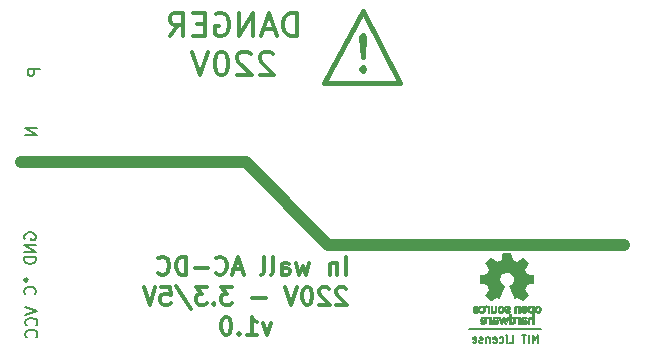
<source format=gbo>
G04 #@! TF.GenerationSoftware,KiCad,Pcbnew,5.1.2-f72e74a~84~ubuntu18.04.1*
G04 #@! TF.CreationDate,2019-07-18T21:55:21+02:00*
G04 #@! TF.ProjectId,InWall-ACDC,496e5761-6c6c-42d4-9143-44432e6b6963,1.0*
G04 #@! TF.SameCoordinates,Original*
G04 #@! TF.FileFunction,Legend,Bot*
G04 #@! TF.FilePolarity,Positive*
%FSLAX46Y46*%
G04 Gerber Fmt 4.6, Leading zero omitted, Abs format (unit mm)*
G04 Created by KiCad (PCBNEW 5.1.2-f72e74a~84~ubuntu18.04.1) date 2019-07-18 21:55:21*
%MOMM*%
%LPD*%
G04 APERTURE LIST*
%ADD10C,0.150000*%
%ADD11C,0.300000*%
%ADD12C,0.450000*%
%ADD13C,1.000000*%
%ADD14C,0.010000*%
G04 APERTURE END LIST*
D10*
X163352380Y-66114285D02*
X162352380Y-66114285D01*
X163352380Y-66685714D01*
X162352380Y-66685714D01*
X163552380Y-61138095D02*
X162552380Y-61138095D01*
X162552380Y-61519047D01*
X162600000Y-61614285D01*
X162647619Y-61661904D01*
X162742857Y-61709523D01*
X162885714Y-61709523D01*
X162980952Y-61661904D01*
X163028571Y-61614285D01*
X163076190Y-61519047D01*
X163076190Y-61138095D01*
X162252380Y-79000000D02*
X162300000Y-78904761D01*
X162395238Y-78857142D01*
X162490476Y-78904761D01*
X162538095Y-79000000D01*
X162490476Y-79095238D01*
X162395238Y-79142857D01*
X162300000Y-79095238D01*
X162252380Y-79000000D01*
X163157142Y-80190476D02*
X163204761Y-80142857D01*
X163252380Y-80000000D01*
X163252380Y-79904761D01*
X163204761Y-79761904D01*
X163109523Y-79666666D01*
X163014285Y-79619047D01*
X162823809Y-79571428D01*
X162680952Y-79571428D01*
X162490476Y-79619047D01*
X162395238Y-79666666D01*
X162300000Y-79761904D01*
X162252380Y-79904761D01*
X162252380Y-80000000D01*
X162300000Y-80142857D01*
X162347619Y-80190476D01*
X162352380Y-81266666D02*
X163352380Y-81600000D01*
X162352380Y-81933333D01*
X163257142Y-82838095D02*
X163304761Y-82790476D01*
X163352380Y-82647619D01*
X163352380Y-82552380D01*
X163304761Y-82409523D01*
X163209523Y-82314285D01*
X163114285Y-82266666D01*
X162923809Y-82219047D01*
X162780952Y-82219047D01*
X162590476Y-82266666D01*
X162495238Y-82314285D01*
X162400000Y-82409523D01*
X162352380Y-82552380D01*
X162352380Y-82647619D01*
X162400000Y-82790476D01*
X162447619Y-82838095D01*
X163257142Y-83838095D02*
X163304761Y-83790476D01*
X163352380Y-83647619D01*
X163352380Y-83552380D01*
X163304761Y-83409523D01*
X163209523Y-83314285D01*
X163114285Y-83266666D01*
X162923809Y-83219047D01*
X162780952Y-83219047D01*
X162590476Y-83266666D01*
X162495238Y-83314285D01*
X162400000Y-83409523D01*
X162352380Y-83552380D01*
X162352380Y-83647619D01*
X162400000Y-83790476D01*
X162447619Y-83838095D01*
X162300000Y-75538095D02*
X162252380Y-75442857D01*
X162252380Y-75300000D01*
X162300000Y-75157142D01*
X162395238Y-75061904D01*
X162490476Y-75014285D01*
X162680952Y-74966666D01*
X162823809Y-74966666D01*
X163014285Y-75014285D01*
X163109523Y-75061904D01*
X163204761Y-75157142D01*
X163252380Y-75300000D01*
X163252380Y-75395238D01*
X163204761Y-75538095D01*
X163157142Y-75585714D01*
X162823809Y-75585714D01*
X162823809Y-75395238D01*
X163252380Y-76014285D02*
X162252380Y-76014285D01*
X163252380Y-76585714D01*
X162252380Y-76585714D01*
X163252380Y-77061904D02*
X162252380Y-77061904D01*
X162252380Y-77300000D01*
X162300000Y-77442857D01*
X162395238Y-77538095D01*
X162490476Y-77585714D01*
X162680952Y-77633333D01*
X162823809Y-77633333D01*
X163014285Y-77585714D01*
X163109523Y-77538095D01*
X163204761Y-77442857D01*
X163252380Y-77300000D01*
X163252380Y-77061904D01*
X206000000Y-83100000D02*
X199900000Y-83100000D01*
D11*
X189464285Y-78528571D02*
X189464285Y-77028571D01*
X188750000Y-77528571D02*
X188750000Y-78528571D01*
X188750000Y-77671428D02*
X188678571Y-77600000D01*
X188535714Y-77528571D01*
X188321428Y-77528571D01*
X188178571Y-77600000D01*
X188107142Y-77742857D01*
X188107142Y-78528571D01*
X186392857Y-77528571D02*
X186107142Y-78528571D01*
X185821428Y-77814285D01*
X185535714Y-78528571D01*
X185250000Y-77528571D01*
X184035714Y-78528571D02*
X184035714Y-77742857D01*
X184107142Y-77600000D01*
X184250000Y-77528571D01*
X184535714Y-77528571D01*
X184678571Y-77600000D01*
X184035714Y-78457142D02*
X184178571Y-78528571D01*
X184535714Y-78528571D01*
X184678571Y-78457142D01*
X184750000Y-78314285D01*
X184750000Y-78171428D01*
X184678571Y-78028571D01*
X184535714Y-77957142D01*
X184178571Y-77957142D01*
X184035714Y-77885714D01*
X183107142Y-78528571D02*
X183250000Y-78457142D01*
X183321428Y-78314285D01*
X183321428Y-77028571D01*
X182321428Y-78528571D02*
X182464285Y-78457142D01*
X182535714Y-78314285D01*
X182535714Y-77028571D01*
X180678571Y-78100000D02*
X179964285Y-78100000D01*
X180821428Y-78528571D02*
X180321428Y-77028571D01*
X179821428Y-78528571D01*
X178464285Y-78385714D02*
X178535714Y-78457142D01*
X178750000Y-78528571D01*
X178892857Y-78528571D01*
X179107142Y-78457142D01*
X179250000Y-78314285D01*
X179321428Y-78171428D01*
X179392857Y-77885714D01*
X179392857Y-77671428D01*
X179321428Y-77385714D01*
X179250000Y-77242857D01*
X179107142Y-77100000D01*
X178892857Y-77028571D01*
X178750000Y-77028571D01*
X178535714Y-77100000D01*
X178464285Y-77171428D01*
X177821428Y-77957142D02*
X176678571Y-77957142D01*
X175964285Y-78528571D02*
X175964285Y-77028571D01*
X175607142Y-77028571D01*
X175392857Y-77100000D01*
X175250000Y-77242857D01*
X175178571Y-77385714D01*
X175107142Y-77671428D01*
X175107142Y-77885714D01*
X175178571Y-78171428D01*
X175250000Y-78314285D01*
X175392857Y-78457142D01*
X175607142Y-78528571D01*
X175964285Y-78528571D01*
X173607142Y-78385714D02*
X173678571Y-78457142D01*
X173892857Y-78528571D01*
X174035714Y-78528571D01*
X174250000Y-78457142D01*
X174392857Y-78314285D01*
X174464285Y-78171428D01*
X174535714Y-77885714D01*
X174535714Y-77671428D01*
X174464285Y-77385714D01*
X174392857Y-77242857D01*
X174250000Y-77100000D01*
X174035714Y-77028571D01*
X173892857Y-77028571D01*
X173678571Y-77100000D01*
X173607142Y-77171428D01*
X189500000Y-79721428D02*
X189428571Y-79650000D01*
X189285714Y-79578571D01*
X188928571Y-79578571D01*
X188785714Y-79650000D01*
X188714285Y-79721428D01*
X188642857Y-79864285D01*
X188642857Y-80007142D01*
X188714285Y-80221428D01*
X189571428Y-81078571D01*
X188642857Y-81078571D01*
X188071428Y-79721428D02*
X188000000Y-79650000D01*
X187857142Y-79578571D01*
X187500000Y-79578571D01*
X187357142Y-79650000D01*
X187285714Y-79721428D01*
X187214285Y-79864285D01*
X187214285Y-80007142D01*
X187285714Y-80221428D01*
X188142857Y-81078571D01*
X187214285Y-81078571D01*
X186285714Y-79578571D02*
X186142857Y-79578571D01*
X186000000Y-79650000D01*
X185928571Y-79721428D01*
X185857142Y-79864285D01*
X185785714Y-80150000D01*
X185785714Y-80507142D01*
X185857142Y-80792857D01*
X185928571Y-80935714D01*
X186000000Y-81007142D01*
X186142857Y-81078571D01*
X186285714Y-81078571D01*
X186428571Y-81007142D01*
X186500000Y-80935714D01*
X186571428Y-80792857D01*
X186642857Y-80507142D01*
X186642857Y-80150000D01*
X186571428Y-79864285D01*
X186500000Y-79721428D01*
X186428571Y-79650000D01*
X186285714Y-79578571D01*
X185357142Y-79578571D02*
X184857142Y-81078571D01*
X184357142Y-79578571D01*
X182714285Y-80507142D02*
X181571428Y-80507142D01*
X179857142Y-79578571D02*
X178928571Y-79578571D01*
X179428571Y-80150000D01*
X179214285Y-80150000D01*
X179071428Y-80221428D01*
X179000000Y-80292857D01*
X178928571Y-80435714D01*
X178928571Y-80792857D01*
X179000000Y-80935714D01*
X179071428Y-81007142D01*
X179214285Y-81078571D01*
X179642857Y-81078571D01*
X179785714Y-81007142D01*
X179857142Y-80935714D01*
X178285714Y-80935714D02*
X178214285Y-81007142D01*
X178285714Y-81078571D01*
X178357142Y-81007142D01*
X178285714Y-80935714D01*
X178285714Y-81078571D01*
X177714285Y-79578571D02*
X176785714Y-79578571D01*
X177285714Y-80150000D01*
X177071428Y-80150000D01*
X176928571Y-80221428D01*
X176857142Y-80292857D01*
X176785714Y-80435714D01*
X176785714Y-80792857D01*
X176857142Y-80935714D01*
X176928571Y-81007142D01*
X177071428Y-81078571D01*
X177500000Y-81078571D01*
X177642857Y-81007142D01*
X177714285Y-80935714D01*
X175071428Y-79507142D02*
X176357142Y-81435714D01*
X173857142Y-79578571D02*
X174571428Y-79578571D01*
X174642857Y-80292857D01*
X174571428Y-80221428D01*
X174428571Y-80150000D01*
X174071428Y-80150000D01*
X173928571Y-80221428D01*
X173857142Y-80292857D01*
X173785714Y-80435714D01*
X173785714Y-80792857D01*
X173857142Y-80935714D01*
X173928571Y-81007142D01*
X174071428Y-81078571D01*
X174428571Y-81078571D01*
X174571428Y-81007142D01*
X174642857Y-80935714D01*
X173357142Y-79578571D02*
X172857142Y-81078571D01*
X172357142Y-79578571D01*
X183142857Y-82628571D02*
X182785714Y-83628571D01*
X182428571Y-82628571D01*
X181071428Y-83628571D02*
X181928571Y-83628571D01*
X181500000Y-83628571D02*
X181500000Y-82128571D01*
X181642857Y-82342857D01*
X181785714Y-82485714D01*
X181928571Y-82557142D01*
X180428571Y-83485714D02*
X180357142Y-83557142D01*
X180428571Y-83628571D01*
X180500000Y-83557142D01*
X180428571Y-83485714D01*
X180428571Y-83628571D01*
X179428571Y-82128571D02*
X179285714Y-82128571D01*
X179142857Y-82200000D01*
X179071428Y-82271428D01*
X179000000Y-82414285D01*
X178928571Y-82700000D01*
X178928571Y-83057142D01*
X179000000Y-83342857D01*
X179071428Y-83485714D01*
X179142857Y-83557142D01*
X179285714Y-83628571D01*
X179428571Y-83628571D01*
X179571428Y-83557142D01*
X179642857Y-83485714D01*
X179714285Y-83342857D01*
X179785714Y-83057142D01*
X179785714Y-82700000D01*
X179714285Y-82414285D01*
X179642857Y-82271428D01*
X179571428Y-82200000D01*
X179428571Y-82128571D01*
D10*
X205759761Y-84303095D02*
X205759761Y-83633095D01*
X205536428Y-84111666D01*
X205313095Y-83633095D01*
X205313095Y-84303095D01*
X204994047Y-84303095D02*
X204994047Y-83633095D01*
X204770714Y-83633095D02*
X204387857Y-83633095D01*
X204579285Y-84303095D02*
X204579285Y-83633095D01*
X203335000Y-84303095D02*
X203654047Y-84303095D01*
X203654047Y-83633095D01*
X203111666Y-84303095D02*
X203111666Y-83856428D01*
X203111666Y-83633095D02*
X203143571Y-83665000D01*
X203111666Y-83696904D01*
X203079761Y-83665000D01*
X203111666Y-83633095D01*
X203111666Y-83696904D01*
X202505476Y-84271190D02*
X202569285Y-84303095D01*
X202696904Y-84303095D01*
X202760714Y-84271190D01*
X202792619Y-84239285D01*
X202824523Y-84175476D01*
X202824523Y-83984047D01*
X202792619Y-83920238D01*
X202760714Y-83888333D01*
X202696904Y-83856428D01*
X202569285Y-83856428D01*
X202505476Y-83888333D01*
X201963095Y-84271190D02*
X202026904Y-84303095D01*
X202154523Y-84303095D01*
X202218333Y-84271190D01*
X202250238Y-84207380D01*
X202250238Y-83952142D01*
X202218333Y-83888333D01*
X202154523Y-83856428D01*
X202026904Y-83856428D01*
X201963095Y-83888333D01*
X201931190Y-83952142D01*
X201931190Y-84015952D01*
X202250238Y-84079761D01*
X201644047Y-83856428D02*
X201644047Y-84303095D01*
X201644047Y-83920238D02*
X201612142Y-83888333D01*
X201548333Y-83856428D01*
X201452619Y-83856428D01*
X201388809Y-83888333D01*
X201356904Y-83952142D01*
X201356904Y-84303095D01*
X201069761Y-84271190D02*
X201005952Y-84303095D01*
X200878333Y-84303095D01*
X200814523Y-84271190D01*
X200782619Y-84207380D01*
X200782619Y-84175476D01*
X200814523Y-84111666D01*
X200878333Y-84079761D01*
X200974047Y-84079761D01*
X201037857Y-84047857D01*
X201069761Y-83984047D01*
X201069761Y-83952142D01*
X201037857Y-83888333D01*
X200974047Y-83856428D01*
X200878333Y-83856428D01*
X200814523Y-83888333D01*
X200240238Y-84271190D02*
X200304047Y-84303095D01*
X200431666Y-84303095D01*
X200495476Y-84271190D01*
X200527380Y-84207380D01*
X200527380Y-83952142D01*
X200495476Y-83888333D01*
X200431666Y-83856428D01*
X200304047Y-83856428D01*
X200240238Y-83888333D01*
X200208333Y-83952142D01*
X200208333Y-84015952D01*
X200527380Y-84079761D01*
D12*
X194100000Y-62300000D02*
X190900000Y-56200000D01*
X187600000Y-62300000D02*
X194100000Y-62300000D01*
X190900000Y-56200000D02*
X187600000Y-62300000D01*
X190900000Y-60971428D02*
X190757142Y-61114285D01*
X190900000Y-61257142D01*
X191042857Y-61114285D01*
X190900000Y-60971428D01*
X190900000Y-61257142D01*
X190900000Y-60114285D02*
X191042857Y-58400000D01*
X190900000Y-58257142D01*
X190757142Y-58400000D01*
X190900000Y-60114285D01*
X190900000Y-58257142D01*
D13*
X188000000Y-76000000D02*
X213000000Y-76000000D01*
X181000000Y-69000000D02*
X188000000Y-76000000D01*
X162000000Y-69000000D02*
X181000000Y-69000000D01*
D11*
X185333333Y-58354761D02*
X185333333Y-56354761D01*
X184857142Y-56354761D01*
X184571428Y-56450000D01*
X184380952Y-56640476D01*
X184285714Y-56830952D01*
X184190476Y-57211904D01*
X184190476Y-57497619D01*
X184285714Y-57878571D01*
X184380952Y-58069047D01*
X184571428Y-58259523D01*
X184857142Y-58354761D01*
X185333333Y-58354761D01*
X183428571Y-57783333D02*
X182476190Y-57783333D01*
X183619047Y-58354761D02*
X182952380Y-56354761D01*
X182285714Y-58354761D01*
X181619047Y-58354761D02*
X181619047Y-56354761D01*
X180476190Y-58354761D01*
X180476190Y-56354761D01*
X178476190Y-56450000D02*
X178666666Y-56354761D01*
X178952380Y-56354761D01*
X179238095Y-56450000D01*
X179428571Y-56640476D01*
X179523809Y-56830952D01*
X179619047Y-57211904D01*
X179619047Y-57497619D01*
X179523809Y-57878571D01*
X179428571Y-58069047D01*
X179238095Y-58259523D01*
X178952380Y-58354761D01*
X178761904Y-58354761D01*
X178476190Y-58259523D01*
X178380952Y-58164285D01*
X178380952Y-57497619D01*
X178761904Y-57497619D01*
X177523809Y-57307142D02*
X176857142Y-57307142D01*
X176571428Y-58354761D02*
X177523809Y-58354761D01*
X177523809Y-56354761D01*
X176571428Y-56354761D01*
X174571428Y-58354761D02*
X175238095Y-57402380D01*
X175714285Y-58354761D02*
X175714285Y-56354761D01*
X174952380Y-56354761D01*
X174761904Y-56450000D01*
X174666666Y-56545238D01*
X174571428Y-56735714D01*
X174571428Y-57021428D01*
X174666666Y-57211904D01*
X174761904Y-57307142D01*
X174952380Y-57402380D01*
X175714285Y-57402380D01*
X183333333Y-59845238D02*
X183238095Y-59750000D01*
X183047619Y-59654761D01*
X182571428Y-59654761D01*
X182380952Y-59750000D01*
X182285714Y-59845238D01*
X182190476Y-60035714D01*
X182190476Y-60226190D01*
X182285714Y-60511904D01*
X183428571Y-61654761D01*
X182190476Y-61654761D01*
X181428571Y-59845238D02*
X181333333Y-59750000D01*
X181142857Y-59654761D01*
X180666666Y-59654761D01*
X180476190Y-59750000D01*
X180380952Y-59845238D01*
X180285714Y-60035714D01*
X180285714Y-60226190D01*
X180380952Y-60511904D01*
X181523809Y-61654761D01*
X180285714Y-61654761D01*
X179047619Y-59654761D02*
X178857142Y-59654761D01*
X178666666Y-59750000D01*
X178571428Y-59845238D01*
X178476190Y-60035714D01*
X178380952Y-60416666D01*
X178380952Y-60892857D01*
X178476190Y-61273809D01*
X178571428Y-61464285D01*
X178666666Y-61559523D01*
X178857142Y-61654761D01*
X179047619Y-61654761D01*
X179238095Y-61559523D01*
X179333333Y-61464285D01*
X179428571Y-61273809D01*
X179523809Y-60892857D01*
X179523809Y-60416666D01*
X179428571Y-60035714D01*
X179333333Y-59845238D01*
X179238095Y-59750000D01*
X179047619Y-59654761D01*
X177809523Y-59654761D02*
X177142857Y-61654761D01*
X176476190Y-59654761D01*
D14*
G36*
X202723036Y-76990018D02*
G01*
X202666188Y-77291570D01*
X202246662Y-77464512D01*
X201995016Y-77293395D01*
X201924542Y-77245750D01*
X201860837Y-77203210D01*
X201806874Y-77167715D01*
X201765627Y-77141210D01*
X201740066Y-77125636D01*
X201733105Y-77122278D01*
X201720565Y-77130914D01*
X201693769Y-77154792D01*
X201655720Y-77190859D01*
X201609421Y-77236067D01*
X201557877Y-77287364D01*
X201504091Y-77341701D01*
X201451065Y-77396028D01*
X201401805Y-77447295D01*
X201359313Y-77492451D01*
X201326593Y-77528446D01*
X201306649Y-77552230D01*
X201301881Y-77560190D01*
X201308743Y-77574865D01*
X201327980Y-77607014D01*
X201357570Y-77653492D01*
X201395490Y-77711156D01*
X201439718Y-77776860D01*
X201465346Y-77814336D01*
X201512059Y-77882768D01*
X201553568Y-77944520D01*
X201587860Y-77996519D01*
X201612920Y-78035692D01*
X201626736Y-78058965D01*
X201628812Y-78063855D01*
X201624105Y-78077755D01*
X201611277Y-78110150D01*
X201592262Y-78156485D01*
X201568997Y-78212206D01*
X201543416Y-78272758D01*
X201517455Y-78333586D01*
X201493050Y-78390136D01*
X201472137Y-78437852D01*
X201456651Y-78472181D01*
X201448528Y-78488568D01*
X201448048Y-78489212D01*
X201435293Y-78492341D01*
X201401323Y-78499321D01*
X201349660Y-78509467D01*
X201283824Y-78522092D01*
X201207336Y-78536509D01*
X201162710Y-78544823D01*
X201080979Y-78560384D01*
X201007157Y-78575192D01*
X200944979Y-78588436D01*
X200898178Y-78599305D01*
X200870491Y-78606989D01*
X200864926Y-78609427D01*
X200859474Y-78625930D01*
X200855076Y-78663200D01*
X200851728Y-78716880D01*
X200849426Y-78782612D01*
X200848168Y-78856037D01*
X200847952Y-78932796D01*
X200848773Y-79008532D01*
X200850629Y-79078886D01*
X200853518Y-79139500D01*
X200857435Y-79186016D01*
X200862378Y-79214075D01*
X200865343Y-79219916D01*
X200883066Y-79226917D01*
X200920619Y-79236927D01*
X200973036Y-79248769D01*
X201035348Y-79261267D01*
X201057100Y-79265310D01*
X201161976Y-79284520D01*
X201244820Y-79299991D01*
X201308370Y-79312337D01*
X201355363Y-79322173D01*
X201388537Y-79330114D01*
X201410629Y-79336776D01*
X201424376Y-79342773D01*
X201432516Y-79348719D01*
X201433655Y-79349894D01*
X201445023Y-79368826D01*
X201462365Y-79405669D01*
X201483950Y-79455913D01*
X201508046Y-79515046D01*
X201532921Y-79578556D01*
X201556843Y-79641932D01*
X201578081Y-79700662D01*
X201594903Y-79750235D01*
X201605578Y-79786139D01*
X201608373Y-79803862D01*
X201608140Y-79804483D01*
X201598669Y-79818970D01*
X201577182Y-79850844D01*
X201545937Y-79896789D01*
X201507193Y-79953485D01*
X201463207Y-80017617D01*
X201450681Y-80035842D01*
X201406016Y-80101914D01*
X201366712Y-80162200D01*
X201334912Y-80213235D01*
X201312755Y-80251560D01*
X201302383Y-80273711D01*
X201301881Y-80276432D01*
X201310595Y-80290736D01*
X201334675Y-80319072D01*
X201371024Y-80358396D01*
X201416547Y-80405661D01*
X201468148Y-80457823D01*
X201522733Y-80511835D01*
X201577206Y-80564653D01*
X201628471Y-80613231D01*
X201673433Y-80654523D01*
X201708996Y-80685485D01*
X201732065Y-80703070D01*
X201738446Y-80705941D01*
X201753301Y-80699178D01*
X201783714Y-80680939D01*
X201824732Y-80654297D01*
X201856291Y-80632852D01*
X201913475Y-80593503D01*
X201981194Y-80547171D01*
X202049120Y-80500913D01*
X202085639Y-80476155D01*
X202209248Y-80392547D01*
X202313009Y-80448650D01*
X202360280Y-80473228D01*
X202400477Y-80492331D01*
X202427674Y-80503227D01*
X202434598Y-80504743D01*
X202442923Y-80493549D01*
X202459346Y-80461917D01*
X202482643Y-80412765D01*
X202511586Y-80349010D01*
X202544950Y-80273571D01*
X202581509Y-80189364D01*
X202620036Y-80099308D01*
X202659306Y-80006321D01*
X202698092Y-79913320D01*
X202735170Y-79823223D01*
X202769311Y-79738948D01*
X202799292Y-79663413D01*
X202823884Y-79599534D01*
X202841864Y-79550231D01*
X202852003Y-79518421D01*
X202853634Y-79507496D01*
X202840709Y-79493561D01*
X202812411Y-79470940D01*
X202774654Y-79444333D01*
X202771485Y-79442228D01*
X202673900Y-79364114D01*
X202595214Y-79272982D01*
X202536109Y-79171745D01*
X202497268Y-79063318D01*
X202479372Y-78950614D01*
X202483103Y-78836548D01*
X202509143Y-78724034D01*
X202558175Y-78615985D01*
X202572600Y-78592345D01*
X202647631Y-78496887D01*
X202736270Y-78420232D01*
X202835451Y-78362780D01*
X202942105Y-78324929D01*
X203053164Y-78307078D01*
X203165561Y-78309625D01*
X203276227Y-78332970D01*
X203382094Y-78377510D01*
X203480095Y-78443645D01*
X203510410Y-78470487D01*
X203587562Y-78554512D01*
X203643782Y-78642966D01*
X203682347Y-78742115D01*
X203703826Y-78840303D01*
X203709128Y-78950697D01*
X203691448Y-79061640D01*
X203652581Y-79169381D01*
X203594323Y-79270169D01*
X203518469Y-79360256D01*
X203426817Y-79435892D01*
X203414772Y-79443864D01*
X203376611Y-79469974D01*
X203347601Y-79492595D01*
X203333732Y-79507039D01*
X203333531Y-79507496D01*
X203336508Y-79523121D01*
X203348311Y-79558582D01*
X203367714Y-79610962D01*
X203393488Y-79677345D01*
X203424409Y-79754814D01*
X203459249Y-79840450D01*
X203496783Y-79931337D01*
X203535783Y-80024559D01*
X203575023Y-80117197D01*
X203613276Y-80206335D01*
X203649317Y-80289055D01*
X203681917Y-80362441D01*
X203709852Y-80423575D01*
X203731895Y-80469541D01*
X203746818Y-80497421D01*
X203752828Y-80504743D01*
X203771191Y-80499041D01*
X203805552Y-80483749D01*
X203849984Y-80461599D01*
X203874417Y-80448650D01*
X203978178Y-80392547D01*
X204101787Y-80476155D01*
X204164886Y-80518987D01*
X204233970Y-80566122D01*
X204298707Y-80610503D01*
X204331134Y-80632852D01*
X204376741Y-80663477D01*
X204415360Y-80687747D01*
X204441952Y-80702587D01*
X204450590Y-80705724D01*
X204463161Y-80697261D01*
X204490984Y-80673636D01*
X204531361Y-80637302D01*
X204581595Y-80590711D01*
X204638988Y-80536317D01*
X204675286Y-80501392D01*
X204738790Y-80438996D01*
X204793673Y-80383188D01*
X204837714Y-80336354D01*
X204868695Y-80300882D01*
X204884398Y-80279161D01*
X204885905Y-80274752D01*
X204878914Y-80257985D01*
X204859594Y-80224082D01*
X204830091Y-80176476D01*
X204792545Y-80118599D01*
X204749100Y-80053884D01*
X204736745Y-80035842D01*
X204691727Y-79970267D01*
X204651340Y-79911228D01*
X204617840Y-79862042D01*
X204593486Y-79826028D01*
X204580536Y-79806502D01*
X204579285Y-79804483D01*
X204581156Y-79788922D01*
X204591087Y-79754709D01*
X204607347Y-79706355D01*
X204628205Y-79648371D01*
X204651927Y-79585270D01*
X204676784Y-79521563D01*
X204701042Y-79461761D01*
X204722971Y-79410376D01*
X204740838Y-79371919D01*
X204752913Y-79350902D01*
X204753771Y-79349894D01*
X204761154Y-79343888D01*
X204773625Y-79337948D01*
X204793920Y-79331460D01*
X204824778Y-79323809D01*
X204868934Y-79314380D01*
X204929126Y-79302559D01*
X205008093Y-79287729D01*
X205108570Y-79269277D01*
X205130325Y-79265310D01*
X205194802Y-79252853D01*
X205251011Y-79240666D01*
X205293987Y-79229926D01*
X205318760Y-79221809D01*
X205322082Y-79219916D01*
X205327556Y-79203138D01*
X205332006Y-79165645D01*
X205335428Y-79111794D01*
X205337819Y-79045944D01*
X205339177Y-78972453D01*
X205339499Y-78895680D01*
X205338781Y-78819983D01*
X205337021Y-78749720D01*
X205334216Y-78689250D01*
X205330362Y-78642930D01*
X205325457Y-78615119D01*
X205322500Y-78609427D01*
X205306037Y-78603686D01*
X205268551Y-78594345D01*
X205213775Y-78582215D01*
X205145445Y-78568107D01*
X205067294Y-78552830D01*
X205024716Y-78544823D01*
X204943929Y-78529721D01*
X204871887Y-78516040D01*
X204812111Y-78504467D01*
X204768121Y-78495687D01*
X204743439Y-78490387D01*
X204739377Y-78489212D01*
X204732511Y-78475965D01*
X204717998Y-78444057D01*
X204697771Y-78398047D01*
X204673766Y-78342492D01*
X204647918Y-78281953D01*
X204622160Y-78220986D01*
X204598427Y-78164151D01*
X204578654Y-78116006D01*
X204564776Y-78081110D01*
X204558726Y-78064021D01*
X204558614Y-78063274D01*
X204565472Y-78049793D01*
X204584698Y-78018770D01*
X204614272Y-77973289D01*
X204652173Y-77916432D01*
X204696380Y-77851283D01*
X204722079Y-77813862D01*
X204768907Y-77745247D01*
X204810499Y-77682952D01*
X204844825Y-77630129D01*
X204869857Y-77589927D01*
X204883565Y-77565500D01*
X204885544Y-77560024D01*
X204877034Y-77547278D01*
X204853507Y-77520063D01*
X204817968Y-77481428D01*
X204773423Y-77434423D01*
X204722877Y-77382095D01*
X204669336Y-77327495D01*
X204615805Y-77273670D01*
X204565289Y-77223670D01*
X204520794Y-77180543D01*
X204485325Y-77147339D01*
X204461887Y-77127106D01*
X204454046Y-77122278D01*
X204441280Y-77129067D01*
X204410744Y-77148142D01*
X204365410Y-77177561D01*
X204308244Y-77215381D01*
X204242216Y-77259661D01*
X204192410Y-77293395D01*
X203940764Y-77464512D01*
X203731001Y-77378041D01*
X203521237Y-77291570D01*
X203464389Y-76990018D01*
X203407540Y-76688466D01*
X202779885Y-76688466D01*
X202723036Y-76990018D01*
X202723036Y-76990018D01*
G37*
X202723036Y-76990018D02*
X202666188Y-77291570D01*
X202246662Y-77464512D01*
X201995016Y-77293395D01*
X201924542Y-77245750D01*
X201860837Y-77203210D01*
X201806874Y-77167715D01*
X201765627Y-77141210D01*
X201740066Y-77125636D01*
X201733105Y-77122278D01*
X201720565Y-77130914D01*
X201693769Y-77154792D01*
X201655720Y-77190859D01*
X201609421Y-77236067D01*
X201557877Y-77287364D01*
X201504091Y-77341701D01*
X201451065Y-77396028D01*
X201401805Y-77447295D01*
X201359313Y-77492451D01*
X201326593Y-77528446D01*
X201306649Y-77552230D01*
X201301881Y-77560190D01*
X201308743Y-77574865D01*
X201327980Y-77607014D01*
X201357570Y-77653492D01*
X201395490Y-77711156D01*
X201439718Y-77776860D01*
X201465346Y-77814336D01*
X201512059Y-77882768D01*
X201553568Y-77944520D01*
X201587860Y-77996519D01*
X201612920Y-78035692D01*
X201626736Y-78058965D01*
X201628812Y-78063855D01*
X201624105Y-78077755D01*
X201611277Y-78110150D01*
X201592262Y-78156485D01*
X201568997Y-78212206D01*
X201543416Y-78272758D01*
X201517455Y-78333586D01*
X201493050Y-78390136D01*
X201472137Y-78437852D01*
X201456651Y-78472181D01*
X201448528Y-78488568D01*
X201448048Y-78489212D01*
X201435293Y-78492341D01*
X201401323Y-78499321D01*
X201349660Y-78509467D01*
X201283824Y-78522092D01*
X201207336Y-78536509D01*
X201162710Y-78544823D01*
X201080979Y-78560384D01*
X201007157Y-78575192D01*
X200944979Y-78588436D01*
X200898178Y-78599305D01*
X200870491Y-78606989D01*
X200864926Y-78609427D01*
X200859474Y-78625930D01*
X200855076Y-78663200D01*
X200851728Y-78716880D01*
X200849426Y-78782612D01*
X200848168Y-78856037D01*
X200847952Y-78932796D01*
X200848773Y-79008532D01*
X200850629Y-79078886D01*
X200853518Y-79139500D01*
X200857435Y-79186016D01*
X200862378Y-79214075D01*
X200865343Y-79219916D01*
X200883066Y-79226917D01*
X200920619Y-79236927D01*
X200973036Y-79248769D01*
X201035348Y-79261267D01*
X201057100Y-79265310D01*
X201161976Y-79284520D01*
X201244820Y-79299991D01*
X201308370Y-79312337D01*
X201355363Y-79322173D01*
X201388537Y-79330114D01*
X201410629Y-79336776D01*
X201424376Y-79342773D01*
X201432516Y-79348719D01*
X201433655Y-79349894D01*
X201445023Y-79368826D01*
X201462365Y-79405669D01*
X201483950Y-79455913D01*
X201508046Y-79515046D01*
X201532921Y-79578556D01*
X201556843Y-79641932D01*
X201578081Y-79700662D01*
X201594903Y-79750235D01*
X201605578Y-79786139D01*
X201608373Y-79803862D01*
X201608140Y-79804483D01*
X201598669Y-79818970D01*
X201577182Y-79850844D01*
X201545937Y-79896789D01*
X201507193Y-79953485D01*
X201463207Y-80017617D01*
X201450681Y-80035842D01*
X201406016Y-80101914D01*
X201366712Y-80162200D01*
X201334912Y-80213235D01*
X201312755Y-80251560D01*
X201302383Y-80273711D01*
X201301881Y-80276432D01*
X201310595Y-80290736D01*
X201334675Y-80319072D01*
X201371024Y-80358396D01*
X201416547Y-80405661D01*
X201468148Y-80457823D01*
X201522733Y-80511835D01*
X201577206Y-80564653D01*
X201628471Y-80613231D01*
X201673433Y-80654523D01*
X201708996Y-80685485D01*
X201732065Y-80703070D01*
X201738446Y-80705941D01*
X201753301Y-80699178D01*
X201783714Y-80680939D01*
X201824732Y-80654297D01*
X201856291Y-80632852D01*
X201913475Y-80593503D01*
X201981194Y-80547171D01*
X202049120Y-80500913D01*
X202085639Y-80476155D01*
X202209248Y-80392547D01*
X202313009Y-80448650D01*
X202360280Y-80473228D01*
X202400477Y-80492331D01*
X202427674Y-80503227D01*
X202434598Y-80504743D01*
X202442923Y-80493549D01*
X202459346Y-80461917D01*
X202482643Y-80412765D01*
X202511586Y-80349010D01*
X202544950Y-80273571D01*
X202581509Y-80189364D01*
X202620036Y-80099308D01*
X202659306Y-80006321D01*
X202698092Y-79913320D01*
X202735170Y-79823223D01*
X202769311Y-79738948D01*
X202799292Y-79663413D01*
X202823884Y-79599534D01*
X202841864Y-79550231D01*
X202852003Y-79518421D01*
X202853634Y-79507496D01*
X202840709Y-79493561D01*
X202812411Y-79470940D01*
X202774654Y-79444333D01*
X202771485Y-79442228D01*
X202673900Y-79364114D01*
X202595214Y-79272982D01*
X202536109Y-79171745D01*
X202497268Y-79063318D01*
X202479372Y-78950614D01*
X202483103Y-78836548D01*
X202509143Y-78724034D01*
X202558175Y-78615985D01*
X202572600Y-78592345D01*
X202647631Y-78496887D01*
X202736270Y-78420232D01*
X202835451Y-78362780D01*
X202942105Y-78324929D01*
X203053164Y-78307078D01*
X203165561Y-78309625D01*
X203276227Y-78332970D01*
X203382094Y-78377510D01*
X203480095Y-78443645D01*
X203510410Y-78470487D01*
X203587562Y-78554512D01*
X203643782Y-78642966D01*
X203682347Y-78742115D01*
X203703826Y-78840303D01*
X203709128Y-78950697D01*
X203691448Y-79061640D01*
X203652581Y-79169381D01*
X203594323Y-79270169D01*
X203518469Y-79360256D01*
X203426817Y-79435892D01*
X203414772Y-79443864D01*
X203376611Y-79469974D01*
X203347601Y-79492595D01*
X203333732Y-79507039D01*
X203333531Y-79507496D01*
X203336508Y-79523121D01*
X203348311Y-79558582D01*
X203367714Y-79610962D01*
X203393488Y-79677345D01*
X203424409Y-79754814D01*
X203459249Y-79840450D01*
X203496783Y-79931337D01*
X203535783Y-80024559D01*
X203575023Y-80117197D01*
X203613276Y-80206335D01*
X203649317Y-80289055D01*
X203681917Y-80362441D01*
X203709852Y-80423575D01*
X203731895Y-80469541D01*
X203746818Y-80497421D01*
X203752828Y-80504743D01*
X203771191Y-80499041D01*
X203805552Y-80483749D01*
X203849984Y-80461599D01*
X203874417Y-80448650D01*
X203978178Y-80392547D01*
X204101787Y-80476155D01*
X204164886Y-80518987D01*
X204233970Y-80566122D01*
X204298707Y-80610503D01*
X204331134Y-80632852D01*
X204376741Y-80663477D01*
X204415360Y-80687747D01*
X204441952Y-80702587D01*
X204450590Y-80705724D01*
X204463161Y-80697261D01*
X204490984Y-80673636D01*
X204531361Y-80637302D01*
X204581595Y-80590711D01*
X204638988Y-80536317D01*
X204675286Y-80501392D01*
X204738790Y-80438996D01*
X204793673Y-80383188D01*
X204837714Y-80336354D01*
X204868695Y-80300882D01*
X204884398Y-80279161D01*
X204885905Y-80274752D01*
X204878914Y-80257985D01*
X204859594Y-80224082D01*
X204830091Y-80176476D01*
X204792545Y-80118599D01*
X204749100Y-80053884D01*
X204736745Y-80035842D01*
X204691727Y-79970267D01*
X204651340Y-79911228D01*
X204617840Y-79862042D01*
X204593486Y-79826028D01*
X204580536Y-79806502D01*
X204579285Y-79804483D01*
X204581156Y-79788922D01*
X204591087Y-79754709D01*
X204607347Y-79706355D01*
X204628205Y-79648371D01*
X204651927Y-79585270D01*
X204676784Y-79521563D01*
X204701042Y-79461761D01*
X204722971Y-79410376D01*
X204740838Y-79371919D01*
X204752913Y-79350902D01*
X204753771Y-79349894D01*
X204761154Y-79343888D01*
X204773625Y-79337948D01*
X204793920Y-79331460D01*
X204824778Y-79323809D01*
X204868934Y-79314380D01*
X204929126Y-79302559D01*
X205008093Y-79287729D01*
X205108570Y-79269277D01*
X205130325Y-79265310D01*
X205194802Y-79252853D01*
X205251011Y-79240666D01*
X205293987Y-79229926D01*
X205318760Y-79221809D01*
X205322082Y-79219916D01*
X205327556Y-79203138D01*
X205332006Y-79165645D01*
X205335428Y-79111794D01*
X205337819Y-79045944D01*
X205339177Y-78972453D01*
X205339499Y-78895680D01*
X205338781Y-78819983D01*
X205337021Y-78749720D01*
X205334216Y-78689250D01*
X205330362Y-78642930D01*
X205325457Y-78615119D01*
X205322500Y-78609427D01*
X205306037Y-78603686D01*
X205268551Y-78594345D01*
X205213775Y-78582215D01*
X205145445Y-78568107D01*
X205067294Y-78552830D01*
X205024716Y-78544823D01*
X204943929Y-78529721D01*
X204871887Y-78516040D01*
X204812111Y-78504467D01*
X204768121Y-78495687D01*
X204743439Y-78490387D01*
X204739377Y-78489212D01*
X204732511Y-78475965D01*
X204717998Y-78444057D01*
X204697771Y-78398047D01*
X204673766Y-78342492D01*
X204647918Y-78281953D01*
X204622160Y-78220986D01*
X204598427Y-78164151D01*
X204578654Y-78116006D01*
X204564776Y-78081110D01*
X204558726Y-78064021D01*
X204558614Y-78063274D01*
X204565472Y-78049793D01*
X204584698Y-78018770D01*
X204614272Y-77973289D01*
X204652173Y-77916432D01*
X204696380Y-77851283D01*
X204722079Y-77813862D01*
X204768907Y-77745247D01*
X204810499Y-77682952D01*
X204844825Y-77630129D01*
X204869857Y-77589927D01*
X204883565Y-77565500D01*
X204885544Y-77560024D01*
X204877034Y-77547278D01*
X204853507Y-77520063D01*
X204817968Y-77481428D01*
X204773423Y-77434423D01*
X204722877Y-77382095D01*
X204669336Y-77327495D01*
X204615805Y-77273670D01*
X204565289Y-77223670D01*
X204520794Y-77180543D01*
X204485325Y-77147339D01*
X204461887Y-77127106D01*
X204454046Y-77122278D01*
X204441280Y-77129067D01*
X204410744Y-77148142D01*
X204365410Y-77177561D01*
X204308244Y-77215381D01*
X204242216Y-77259661D01*
X204192410Y-77293395D01*
X203940764Y-77464512D01*
X203731001Y-77378041D01*
X203521237Y-77291570D01*
X203464389Y-76990018D01*
X203407540Y-76688466D01*
X202779885Y-76688466D01*
X202723036Y-76990018D01*
G36*
X201300540Y-81158030D02*
G01*
X201257289Y-81171245D01*
X201229442Y-81187941D01*
X201220371Y-81201145D01*
X201222868Y-81216797D01*
X201239069Y-81241385D01*
X201252768Y-81258800D01*
X201281008Y-81290283D01*
X201302225Y-81303529D01*
X201320312Y-81302664D01*
X201373965Y-81289010D01*
X201413370Y-81289630D01*
X201445368Y-81305104D01*
X201456110Y-81314161D01*
X201490495Y-81346027D01*
X201490495Y-81762179D01*
X201628812Y-81762179D01*
X201628812Y-81158614D01*
X201559653Y-81158614D01*
X201518131Y-81160256D01*
X201496709Y-81166087D01*
X201490498Y-81177461D01*
X201490495Y-81177798D01*
X201487561Y-81189713D01*
X201474296Y-81188159D01*
X201455916Y-81179563D01*
X201417954Y-81163568D01*
X201387128Y-81153945D01*
X201347464Y-81151478D01*
X201300540Y-81158030D01*
X201300540Y-81158030D01*
G37*
X201300540Y-81158030D02*
X201257289Y-81171245D01*
X201229442Y-81187941D01*
X201220371Y-81201145D01*
X201222868Y-81216797D01*
X201239069Y-81241385D01*
X201252768Y-81258800D01*
X201281008Y-81290283D01*
X201302225Y-81303529D01*
X201320312Y-81302664D01*
X201373965Y-81289010D01*
X201413370Y-81289630D01*
X201445368Y-81305104D01*
X201456110Y-81314161D01*
X201490495Y-81346027D01*
X201490495Y-81762179D01*
X201628812Y-81762179D01*
X201628812Y-81158614D01*
X201559653Y-81158614D01*
X201518131Y-81160256D01*
X201496709Y-81166087D01*
X201490498Y-81177461D01*
X201490495Y-81177798D01*
X201487561Y-81189713D01*
X201474296Y-81188159D01*
X201455916Y-81179563D01*
X201417954Y-81163568D01*
X201387128Y-81153945D01*
X201347464Y-81151478D01*
X201300540Y-81158030D01*
G36*
X203854012Y-81169002D02*
G01*
X203822717Y-81183950D01*
X203792409Y-81205541D01*
X203769318Y-81230391D01*
X203752500Y-81262087D01*
X203741006Y-81304214D01*
X203733891Y-81360358D01*
X203730207Y-81434106D01*
X203729008Y-81529044D01*
X203728989Y-81538985D01*
X203728713Y-81762179D01*
X203867030Y-81762179D01*
X203867030Y-81556418D01*
X203867128Y-81480189D01*
X203867809Y-81424939D01*
X203869651Y-81386501D01*
X203873233Y-81360706D01*
X203879132Y-81343384D01*
X203887927Y-81330368D01*
X203900180Y-81317507D01*
X203943047Y-81289873D01*
X203989843Y-81284745D01*
X204034424Y-81302217D01*
X204049928Y-81315221D01*
X204061310Y-81327447D01*
X204069481Y-81340540D01*
X204074974Y-81358615D01*
X204078320Y-81385787D01*
X204080051Y-81426170D01*
X204080697Y-81483879D01*
X204080792Y-81554132D01*
X204080792Y-81762179D01*
X204219109Y-81762179D01*
X204219109Y-81158614D01*
X204149950Y-81158614D01*
X204108428Y-81160256D01*
X204087006Y-81166087D01*
X204080795Y-81177461D01*
X204080792Y-81177798D01*
X204077910Y-81188938D01*
X204065199Y-81187674D01*
X204039926Y-81175434D01*
X203982605Y-81157424D01*
X203917037Y-81155421D01*
X203854012Y-81169002D01*
X203854012Y-81169002D01*
G37*
X203854012Y-81169002D02*
X203822717Y-81183950D01*
X203792409Y-81205541D01*
X203769318Y-81230391D01*
X203752500Y-81262087D01*
X203741006Y-81304214D01*
X203733891Y-81360358D01*
X203730207Y-81434106D01*
X203729008Y-81529044D01*
X203728989Y-81538985D01*
X203728713Y-81762179D01*
X203867030Y-81762179D01*
X203867030Y-81556418D01*
X203867128Y-81480189D01*
X203867809Y-81424939D01*
X203869651Y-81386501D01*
X203873233Y-81360706D01*
X203879132Y-81343384D01*
X203887927Y-81330368D01*
X203900180Y-81317507D01*
X203943047Y-81289873D01*
X203989843Y-81284745D01*
X204034424Y-81302217D01*
X204049928Y-81315221D01*
X204061310Y-81327447D01*
X204069481Y-81340540D01*
X204074974Y-81358615D01*
X204078320Y-81385787D01*
X204080051Y-81426170D01*
X204080697Y-81483879D01*
X204080792Y-81554132D01*
X204080792Y-81762179D01*
X204219109Y-81762179D01*
X204219109Y-81158614D01*
X204149950Y-81158614D01*
X204108428Y-81160256D01*
X204087006Y-81166087D01*
X204080795Y-81177461D01*
X204080792Y-81177798D01*
X204077910Y-81188938D01*
X204065199Y-81187674D01*
X204039926Y-81175434D01*
X203982605Y-81157424D01*
X203917037Y-81155421D01*
X203854012Y-81169002D01*
G36*
X200422102Y-81156457D02*
G01*
X200389904Y-81164279D01*
X200328175Y-81192921D01*
X200275390Y-81236667D01*
X200238859Y-81289117D01*
X200233840Y-81300893D01*
X200226955Y-81331740D01*
X200222136Y-81377371D01*
X200220495Y-81423492D01*
X200220495Y-81510693D01*
X200402822Y-81510693D01*
X200478021Y-81510978D01*
X200530997Y-81512704D01*
X200564675Y-81517181D01*
X200581980Y-81525720D01*
X200585837Y-81539630D01*
X200579171Y-81560222D01*
X200567230Y-81584315D01*
X200533920Y-81624525D01*
X200487632Y-81644558D01*
X200431056Y-81643905D01*
X200366969Y-81622101D01*
X200311583Y-81595193D01*
X200265625Y-81631532D01*
X200219667Y-81667872D01*
X200262904Y-81707819D01*
X200320626Y-81745563D01*
X200391614Y-81768320D01*
X200467971Y-81774688D01*
X200541801Y-81763268D01*
X200553713Y-81759393D01*
X200618601Y-81725506D01*
X200666870Y-81674986D01*
X200699535Y-81606325D01*
X200717615Y-81518014D01*
X200717825Y-81516121D01*
X200719444Y-81419878D01*
X200712900Y-81385542D01*
X200585148Y-81385542D01*
X200573416Y-81390822D01*
X200541562Y-81394867D01*
X200494603Y-81397176D01*
X200464846Y-81397525D01*
X200409352Y-81397306D01*
X200374654Y-81395916D01*
X200356399Y-81392251D01*
X200350234Y-81385210D01*
X200351805Y-81373690D01*
X200353122Y-81369233D01*
X200375618Y-81327355D01*
X200410997Y-81293604D01*
X200442220Y-81278773D01*
X200483699Y-81279668D01*
X200525731Y-81298164D01*
X200560988Y-81328786D01*
X200582146Y-81366062D01*
X200585148Y-81385542D01*
X200712900Y-81385542D01*
X200703310Y-81335229D01*
X200671302Y-81264191D01*
X200625299Y-81208779D01*
X200567179Y-81171009D01*
X200498820Y-81152896D01*
X200422102Y-81156457D01*
X200422102Y-81156457D01*
G37*
X200422102Y-81156457D02*
X200389904Y-81164279D01*
X200328175Y-81192921D01*
X200275390Y-81236667D01*
X200238859Y-81289117D01*
X200233840Y-81300893D01*
X200226955Y-81331740D01*
X200222136Y-81377371D01*
X200220495Y-81423492D01*
X200220495Y-81510693D01*
X200402822Y-81510693D01*
X200478021Y-81510978D01*
X200530997Y-81512704D01*
X200564675Y-81517181D01*
X200581980Y-81525720D01*
X200585837Y-81539630D01*
X200579171Y-81560222D01*
X200567230Y-81584315D01*
X200533920Y-81624525D01*
X200487632Y-81644558D01*
X200431056Y-81643905D01*
X200366969Y-81622101D01*
X200311583Y-81595193D01*
X200265625Y-81631532D01*
X200219667Y-81667872D01*
X200262904Y-81707819D01*
X200320626Y-81745563D01*
X200391614Y-81768320D01*
X200467971Y-81774688D01*
X200541801Y-81763268D01*
X200553713Y-81759393D01*
X200618601Y-81725506D01*
X200666870Y-81674986D01*
X200699535Y-81606325D01*
X200717615Y-81518014D01*
X200717825Y-81516121D01*
X200719444Y-81419878D01*
X200712900Y-81385542D01*
X200585148Y-81385542D01*
X200573416Y-81390822D01*
X200541562Y-81394867D01*
X200494603Y-81397176D01*
X200464846Y-81397525D01*
X200409352Y-81397306D01*
X200374654Y-81395916D01*
X200356399Y-81392251D01*
X200350234Y-81385210D01*
X200351805Y-81373690D01*
X200353122Y-81369233D01*
X200375618Y-81327355D01*
X200410997Y-81293604D01*
X200442220Y-81278773D01*
X200483699Y-81279668D01*
X200525731Y-81298164D01*
X200560988Y-81328786D01*
X200582146Y-81366062D01*
X200585148Y-81385542D01*
X200712900Y-81385542D01*
X200703310Y-81335229D01*
X200671302Y-81264191D01*
X200625299Y-81208779D01*
X200567179Y-81171009D01*
X200498820Y-81152896D01*
X200422102Y-81156457D01*
G36*
X200882774Y-81163880D02*
G01*
X200809920Y-81194830D01*
X200786973Y-81209895D01*
X200757646Y-81233048D01*
X200739236Y-81251253D01*
X200736039Y-81257183D01*
X200745065Y-81270340D01*
X200768163Y-81292667D01*
X200786656Y-81308250D01*
X200837272Y-81348926D01*
X200877240Y-81315295D01*
X200908126Y-81293584D01*
X200938241Y-81286090D01*
X200972708Y-81287920D01*
X201027439Y-81301528D01*
X201065114Y-81329772D01*
X201088009Y-81375433D01*
X201098403Y-81441289D01*
X201098405Y-81441331D01*
X201097506Y-81514939D01*
X201083537Y-81568946D01*
X201055672Y-81605716D01*
X201036675Y-81618168D01*
X200986224Y-81633673D01*
X200932337Y-81633683D01*
X200885454Y-81618638D01*
X200874356Y-81611287D01*
X200846524Y-81592511D01*
X200824764Y-81589434D01*
X200801296Y-81603409D01*
X200775351Y-81628510D01*
X200734284Y-81670880D01*
X200779879Y-81708464D01*
X200850326Y-81750882D01*
X200929767Y-81771785D01*
X201012785Y-81770272D01*
X201067306Y-81756411D01*
X201131030Y-81722135D01*
X201181995Y-81668212D01*
X201205149Y-81630149D01*
X201223901Y-81575536D01*
X201233285Y-81506369D01*
X201233357Y-81431407D01*
X201224176Y-81359409D01*
X201205801Y-81299137D01*
X201202907Y-81292958D01*
X201160048Y-81232351D01*
X201102021Y-81188224D01*
X201033409Y-81161493D01*
X200958799Y-81153073D01*
X200882774Y-81163880D01*
X200882774Y-81163880D01*
G37*
X200882774Y-81163880D02*
X200809920Y-81194830D01*
X200786973Y-81209895D01*
X200757646Y-81233048D01*
X200739236Y-81251253D01*
X200736039Y-81257183D01*
X200745065Y-81270340D01*
X200768163Y-81292667D01*
X200786656Y-81308250D01*
X200837272Y-81348926D01*
X200877240Y-81315295D01*
X200908126Y-81293584D01*
X200938241Y-81286090D01*
X200972708Y-81287920D01*
X201027439Y-81301528D01*
X201065114Y-81329772D01*
X201088009Y-81375433D01*
X201098403Y-81441289D01*
X201098405Y-81441331D01*
X201097506Y-81514939D01*
X201083537Y-81568946D01*
X201055672Y-81605716D01*
X201036675Y-81618168D01*
X200986224Y-81633673D01*
X200932337Y-81633683D01*
X200885454Y-81618638D01*
X200874356Y-81611287D01*
X200846524Y-81592511D01*
X200824764Y-81589434D01*
X200801296Y-81603409D01*
X200775351Y-81628510D01*
X200734284Y-81670880D01*
X200779879Y-81708464D01*
X200850326Y-81750882D01*
X200929767Y-81771785D01*
X201012785Y-81770272D01*
X201067306Y-81756411D01*
X201131030Y-81722135D01*
X201181995Y-81668212D01*
X201205149Y-81630149D01*
X201223901Y-81575536D01*
X201233285Y-81506369D01*
X201233357Y-81431407D01*
X201224176Y-81359409D01*
X201205801Y-81299137D01*
X201202907Y-81292958D01*
X201160048Y-81232351D01*
X201102021Y-81188224D01*
X201033409Y-81161493D01*
X200958799Y-81153073D01*
X200882774Y-81163880D01*
G36*
X202106633Y-81354342D02*
G01*
X202105445Y-81446563D01*
X202101103Y-81516610D01*
X202092442Y-81567381D01*
X202078296Y-81601772D01*
X202057500Y-81622679D01*
X202028890Y-81633000D01*
X201993465Y-81635636D01*
X201956364Y-81632682D01*
X201928182Y-81621889D01*
X201907757Y-81600360D01*
X201893921Y-81565199D01*
X201885509Y-81513510D01*
X201881357Y-81442394D01*
X201880297Y-81354342D01*
X201880297Y-81158614D01*
X201741980Y-81158614D01*
X201741980Y-81762179D01*
X201811138Y-81762179D01*
X201852830Y-81760489D01*
X201874299Y-81754556D01*
X201880297Y-81743293D01*
X201883909Y-81733261D01*
X201898286Y-81735383D01*
X201927264Y-81749580D01*
X201993681Y-81771480D01*
X202064125Y-81769928D01*
X202131623Y-81746147D01*
X202163767Y-81727362D01*
X202188285Y-81707022D01*
X202206196Y-81681573D01*
X202218521Y-81647458D01*
X202226277Y-81601121D01*
X202230484Y-81539007D01*
X202232160Y-81457561D01*
X202232376Y-81394578D01*
X202232376Y-81158614D01*
X202106633Y-81158614D01*
X202106633Y-81354342D01*
X202106633Y-81354342D01*
G37*
X202106633Y-81354342D02*
X202105445Y-81446563D01*
X202101103Y-81516610D01*
X202092442Y-81567381D01*
X202078296Y-81601772D01*
X202057500Y-81622679D01*
X202028890Y-81633000D01*
X201993465Y-81635636D01*
X201956364Y-81632682D01*
X201928182Y-81621889D01*
X201907757Y-81600360D01*
X201893921Y-81565199D01*
X201885509Y-81513510D01*
X201881357Y-81442394D01*
X201880297Y-81354342D01*
X201880297Y-81158614D01*
X201741980Y-81158614D01*
X201741980Y-81762179D01*
X201811138Y-81762179D01*
X201852830Y-81760489D01*
X201874299Y-81754556D01*
X201880297Y-81743293D01*
X201883909Y-81733261D01*
X201898286Y-81735383D01*
X201927264Y-81749580D01*
X201993681Y-81771480D01*
X202064125Y-81769928D01*
X202131623Y-81746147D01*
X202163767Y-81727362D01*
X202188285Y-81707022D01*
X202206196Y-81681573D01*
X202218521Y-81647458D01*
X202226277Y-81601121D01*
X202230484Y-81539007D01*
X202232160Y-81457561D01*
X202232376Y-81394578D01*
X202232376Y-81158614D01*
X202106633Y-81158614D01*
X202106633Y-81354342D01*
G36*
X202489238Y-81166055D02*
G01*
X202425637Y-81200692D01*
X202375877Y-81255372D01*
X202352432Y-81299842D01*
X202342366Y-81339121D01*
X202335844Y-81395116D01*
X202333049Y-81459621D01*
X202334164Y-81524429D01*
X202339374Y-81581334D01*
X202345459Y-81611727D01*
X202365986Y-81653306D01*
X202401537Y-81697468D01*
X202444381Y-81736087D01*
X202486789Y-81761034D01*
X202487823Y-81761430D01*
X202540447Y-81772331D01*
X202602812Y-81772601D01*
X202662076Y-81762676D01*
X202684960Y-81754722D01*
X202743898Y-81721300D01*
X202786110Y-81677511D01*
X202813844Y-81619538D01*
X202829349Y-81543565D01*
X202832857Y-81503771D01*
X202832410Y-81453766D01*
X202697624Y-81453766D01*
X202693083Y-81526732D01*
X202680014Y-81582334D01*
X202659244Y-81617861D01*
X202644448Y-81628020D01*
X202606536Y-81635104D01*
X202561473Y-81633007D01*
X202522513Y-81622812D01*
X202512296Y-81617204D01*
X202485341Y-81584538D01*
X202467549Y-81534545D01*
X202459976Y-81473705D01*
X202463675Y-81408497D01*
X202471943Y-81369253D01*
X202495680Y-81323805D01*
X202533151Y-81295396D01*
X202578280Y-81285573D01*
X202624989Y-81295887D01*
X202660868Y-81321112D01*
X202679723Y-81341925D01*
X202690728Y-81362439D01*
X202695974Y-81390203D01*
X202697551Y-81432762D01*
X202697624Y-81453766D01*
X202832410Y-81453766D01*
X202831906Y-81397580D01*
X202814612Y-81310501D01*
X202780971Y-81242530D01*
X202730982Y-81193664D01*
X202664644Y-81163899D01*
X202650399Y-81160448D01*
X202564790Y-81152345D01*
X202489238Y-81166055D01*
X202489238Y-81166055D01*
G37*
X202489238Y-81166055D02*
X202425637Y-81200692D01*
X202375877Y-81255372D01*
X202352432Y-81299842D01*
X202342366Y-81339121D01*
X202335844Y-81395116D01*
X202333049Y-81459621D01*
X202334164Y-81524429D01*
X202339374Y-81581334D01*
X202345459Y-81611727D01*
X202365986Y-81653306D01*
X202401537Y-81697468D01*
X202444381Y-81736087D01*
X202486789Y-81761034D01*
X202487823Y-81761430D01*
X202540447Y-81772331D01*
X202602812Y-81772601D01*
X202662076Y-81762676D01*
X202684960Y-81754722D01*
X202743898Y-81721300D01*
X202786110Y-81677511D01*
X202813844Y-81619538D01*
X202829349Y-81543565D01*
X202832857Y-81503771D01*
X202832410Y-81453766D01*
X202697624Y-81453766D01*
X202693083Y-81526732D01*
X202680014Y-81582334D01*
X202659244Y-81617861D01*
X202644448Y-81628020D01*
X202606536Y-81635104D01*
X202561473Y-81633007D01*
X202522513Y-81622812D01*
X202512296Y-81617204D01*
X202485341Y-81584538D01*
X202467549Y-81534545D01*
X202459976Y-81473705D01*
X202463675Y-81408497D01*
X202471943Y-81369253D01*
X202495680Y-81323805D01*
X202533151Y-81295396D01*
X202578280Y-81285573D01*
X202624989Y-81295887D01*
X202660868Y-81321112D01*
X202679723Y-81341925D01*
X202690728Y-81362439D01*
X202695974Y-81390203D01*
X202697551Y-81432762D01*
X202697624Y-81453766D01*
X202832410Y-81453766D01*
X202831906Y-81397580D01*
X202814612Y-81310501D01*
X202780971Y-81242530D01*
X202730982Y-81193664D01*
X202664644Y-81163899D01*
X202650399Y-81160448D01*
X202564790Y-81152345D01*
X202489238Y-81166055D01*
G36*
X203085983Y-81156452D02*
G01*
X203038366Y-81165482D01*
X202988966Y-81184370D01*
X202983688Y-81186777D01*
X202946226Y-81206476D01*
X202920283Y-81224781D01*
X202911897Y-81236508D01*
X202919883Y-81255632D01*
X202939280Y-81283850D01*
X202947890Y-81294384D01*
X202983372Y-81335847D01*
X203029115Y-81308858D01*
X203072650Y-81290878D01*
X203122950Y-81281267D01*
X203171188Y-81280660D01*
X203208533Y-81289691D01*
X203217495Y-81295327D01*
X203234563Y-81321171D01*
X203236637Y-81350941D01*
X203223866Y-81374197D01*
X203216312Y-81378708D01*
X203193675Y-81384309D01*
X203153885Y-81390892D01*
X203104834Y-81397183D01*
X203095785Y-81398170D01*
X203017004Y-81411798D01*
X202959864Y-81434946D01*
X202921970Y-81469752D01*
X202900921Y-81518354D01*
X202894365Y-81577718D01*
X202903423Y-81645198D01*
X202932836Y-81698188D01*
X202982722Y-81736783D01*
X203053200Y-81761081D01*
X203131435Y-81770667D01*
X203195234Y-81770552D01*
X203246984Y-81761845D01*
X203282327Y-81749825D01*
X203326983Y-81728880D01*
X203368253Y-81704574D01*
X203382921Y-81693876D01*
X203420643Y-81663084D01*
X203375148Y-81617049D01*
X203329653Y-81571013D01*
X203277928Y-81605243D01*
X203226048Y-81630952D01*
X203170649Y-81644399D01*
X203117395Y-81645818D01*
X203071951Y-81635443D01*
X203039984Y-81613507D01*
X203029662Y-81594998D01*
X203031211Y-81565314D01*
X203056860Y-81542615D01*
X203106540Y-81526940D01*
X203160969Y-81519695D01*
X203244736Y-81505873D01*
X203306967Y-81479796D01*
X203348493Y-81440699D01*
X203370147Y-81387820D01*
X203373147Y-81325126D01*
X203358329Y-81259642D01*
X203324546Y-81210144D01*
X203271495Y-81176408D01*
X203198874Y-81158207D01*
X203145072Y-81154639D01*
X203085983Y-81156452D01*
X203085983Y-81156452D01*
G37*
X203085983Y-81156452D02*
X203038366Y-81165482D01*
X202988966Y-81184370D01*
X202983688Y-81186777D01*
X202946226Y-81206476D01*
X202920283Y-81224781D01*
X202911897Y-81236508D01*
X202919883Y-81255632D01*
X202939280Y-81283850D01*
X202947890Y-81294384D01*
X202983372Y-81335847D01*
X203029115Y-81308858D01*
X203072650Y-81290878D01*
X203122950Y-81281267D01*
X203171188Y-81280660D01*
X203208533Y-81289691D01*
X203217495Y-81295327D01*
X203234563Y-81321171D01*
X203236637Y-81350941D01*
X203223866Y-81374197D01*
X203216312Y-81378708D01*
X203193675Y-81384309D01*
X203153885Y-81390892D01*
X203104834Y-81397183D01*
X203095785Y-81398170D01*
X203017004Y-81411798D01*
X202959864Y-81434946D01*
X202921970Y-81469752D01*
X202900921Y-81518354D01*
X202894365Y-81577718D01*
X202903423Y-81645198D01*
X202932836Y-81698188D01*
X202982722Y-81736783D01*
X203053200Y-81761081D01*
X203131435Y-81770667D01*
X203195234Y-81770552D01*
X203246984Y-81761845D01*
X203282327Y-81749825D01*
X203326983Y-81728880D01*
X203368253Y-81704574D01*
X203382921Y-81693876D01*
X203420643Y-81663084D01*
X203375148Y-81617049D01*
X203329653Y-81571013D01*
X203277928Y-81605243D01*
X203226048Y-81630952D01*
X203170649Y-81644399D01*
X203117395Y-81645818D01*
X203071951Y-81635443D01*
X203039984Y-81613507D01*
X203029662Y-81594998D01*
X203031211Y-81565314D01*
X203056860Y-81542615D01*
X203106540Y-81526940D01*
X203160969Y-81519695D01*
X203244736Y-81505873D01*
X203306967Y-81479796D01*
X203348493Y-81440699D01*
X203370147Y-81387820D01*
X203373147Y-81325126D01*
X203358329Y-81259642D01*
X203324546Y-81210144D01*
X203271495Y-81176408D01*
X203198874Y-81158207D01*
X203145072Y-81154639D01*
X203085983Y-81156452D01*
G36*
X204456699Y-81172614D02*
G01*
X204444168Y-81178514D01*
X204400799Y-81210283D01*
X204359790Y-81256646D01*
X204329168Y-81307696D01*
X204320459Y-81331166D01*
X204312512Y-81373091D01*
X204307774Y-81423757D01*
X204307199Y-81444679D01*
X204307129Y-81510693D01*
X204687083Y-81510693D01*
X204678983Y-81545273D01*
X204659104Y-81586170D01*
X204624347Y-81621514D01*
X204582998Y-81644282D01*
X204556649Y-81649010D01*
X204520916Y-81643273D01*
X204478282Y-81628882D01*
X204463799Y-81622262D01*
X204410240Y-81595513D01*
X204364533Y-81630376D01*
X204338158Y-81653955D01*
X204324124Y-81673417D01*
X204323414Y-81679129D01*
X204335951Y-81692973D01*
X204363428Y-81714012D01*
X204388366Y-81730425D01*
X204455664Y-81759930D01*
X204531110Y-81773284D01*
X204605888Y-81769812D01*
X204665495Y-81751663D01*
X204726941Y-81712784D01*
X204770608Y-81661595D01*
X204797926Y-81595367D01*
X204810322Y-81511371D01*
X204811421Y-81472936D01*
X204807022Y-81384861D01*
X204806482Y-81382299D01*
X204680582Y-81382299D01*
X204677115Y-81390558D01*
X204662863Y-81395113D01*
X204633470Y-81397065D01*
X204584575Y-81397517D01*
X204565748Y-81397525D01*
X204508467Y-81396843D01*
X204472141Y-81394364D01*
X204452604Y-81389443D01*
X204445690Y-81381434D01*
X204445445Y-81378862D01*
X204453336Y-81358423D01*
X204473085Y-81329789D01*
X204481575Y-81319763D01*
X204513094Y-81291408D01*
X204545949Y-81280259D01*
X204563651Y-81279327D01*
X204611539Y-81290981D01*
X204651699Y-81322285D01*
X204677173Y-81367752D01*
X204677625Y-81369233D01*
X204680582Y-81382299D01*
X204806482Y-81382299D01*
X204792392Y-81315510D01*
X204766038Y-81260025D01*
X204733807Y-81220639D01*
X204674217Y-81177931D01*
X204604168Y-81155109D01*
X204529661Y-81153046D01*
X204456699Y-81172614D01*
X204456699Y-81172614D01*
G37*
X204456699Y-81172614D02*
X204444168Y-81178514D01*
X204400799Y-81210283D01*
X204359790Y-81256646D01*
X204329168Y-81307696D01*
X204320459Y-81331166D01*
X204312512Y-81373091D01*
X204307774Y-81423757D01*
X204307199Y-81444679D01*
X204307129Y-81510693D01*
X204687083Y-81510693D01*
X204678983Y-81545273D01*
X204659104Y-81586170D01*
X204624347Y-81621514D01*
X204582998Y-81644282D01*
X204556649Y-81649010D01*
X204520916Y-81643273D01*
X204478282Y-81628882D01*
X204463799Y-81622262D01*
X204410240Y-81595513D01*
X204364533Y-81630376D01*
X204338158Y-81653955D01*
X204324124Y-81673417D01*
X204323414Y-81679129D01*
X204335951Y-81692973D01*
X204363428Y-81714012D01*
X204388366Y-81730425D01*
X204455664Y-81759930D01*
X204531110Y-81773284D01*
X204605888Y-81769812D01*
X204665495Y-81751663D01*
X204726941Y-81712784D01*
X204770608Y-81661595D01*
X204797926Y-81595367D01*
X204810322Y-81511371D01*
X204811421Y-81472936D01*
X204807022Y-81384861D01*
X204806482Y-81382299D01*
X204680582Y-81382299D01*
X204677115Y-81390558D01*
X204662863Y-81395113D01*
X204633470Y-81397065D01*
X204584575Y-81397517D01*
X204565748Y-81397525D01*
X204508467Y-81396843D01*
X204472141Y-81394364D01*
X204452604Y-81389443D01*
X204445690Y-81381434D01*
X204445445Y-81378862D01*
X204453336Y-81358423D01*
X204473085Y-81329789D01*
X204481575Y-81319763D01*
X204513094Y-81291408D01*
X204545949Y-81280259D01*
X204563651Y-81279327D01*
X204611539Y-81290981D01*
X204651699Y-81322285D01*
X204677173Y-81367752D01*
X204677625Y-81369233D01*
X204680582Y-81382299D01*
X204806482Y-81382299D01*
X204792392Y-81315510D01*
X204766038Y-81260025D01*
X204733807Y-81220639D01*
X204674217Y-81177931D01*
X204604168Y-81155109D01*
X204529661Y-81153046D01*
X204456699Y-81172614D01*
G36*
X205638261Y-81165148D02*
G01*
X205572479Y-81194231D01*
X205522540Y-81242793D01*
X205488374Y-81310908D01*
X205469907Y-81398651D01*
X205468583Y-81412351D01*
X205467546Y-81508939D01*
X205480993Y-81593602D01*
X205508108Y-81662221D01*
X205522627Y-81684294D01*
X205573201Y-81731011D01*
X205637609Y-81761268D01*
X205709666Y-81773824D01*
X205783185Y-81767439D01*
X205839072Y-81747772D01*
X205887132Y-81714629D01*
X205926412Y-81671175D01*
X205927092Y-81670158D01*
X205943044Y-81643338D01*
X205953410Y-81616368D01*
X205959688Y-81582332D01*
X205963373Y-81534310D01*
X205964997Y-81494931D01*
X205965672Y-81459219D01*
X205839955Y-81459219D01*
X205838726Y-81494770D01*
X205834266Y-81542094D01*
X205826397Y-81572465D01*
X205812207Y-81594072D01*
X205798917Y-81606694D01*
X205751802Y-81633122D01*
X205702505Y-81636653D01*
X205656593Y-81617639D01*
X205633638Y-81596331D01*
X205617096Y-81574859D01*
X205607421Y-81554313D01*
X205603174Y-81527574D01*
X205602920Y-81487523D01*
X205604228Y-81450638D01*
X205607043Y-81397947D01*
X205611505Y-81363772D01*
X205619548Y-81341480D01*
X205633103Y-81324442D01*
X205643845Y-81314703D01*
X205688777Y-81289123D01*
X205737249Y-81287847D01*
X205777894Y-81302999D01*
X205812567Y-81334642D01*
X205833224Y-81386620D01*
X205839955Y-81459219D01*
X205965672Y-81459219D01*
X205966479Y-81416621D01*
X205963948Y-81358056D01*
X205956362Y-81314007D01*
X205942681Y-81279248D01*
X205921865Y-81248551D01*
X205914147Y-81239436D01*
X205865889Y-81194021D01*
X205814128Y-81167493D01*
X205750828Y-81156379D01*
X205719961Y-81155471D01*
X205638261Y-81165148D01*
X205638261Y-81165148D01*
G37*
X205638261Y-81165148D02*
X205572479Y-81194231D01*
X205522540Y-81242793D01*
X205488374Y-81310908D01*
X205469907Y-81398651D01*
X205468583Y-81412351D01*
X205467546Y-81508939D01*
X205480993Y-81593602D01*
X205508108Y-81662221D01*
X205522627Y-81684294D01*
X205573201Y-81731011D01*
X205637609Y-81761268D01*
X205709666Y-81773824D01*
X205783185Y-81767439D01*
X205839072Y-81747772D01*
X205887132Y-81714629D01*
X205926412Y-81671175D01*
X205927092Y-81670158D01*
X205943044Y-81643338D01*
X205953410Y-81616368D01*
X205959688Y-81582332D01*
X205963373Y-81534310D01*
X205964997Y-81494931D01*
X205965672Y-81459219D01*
X205839955Y-81459219D01*
X205838726Y-81494770D01*
X205834266Y-81542094D01*
X205826397Y-81572465D01*
X205812207Y-81594072D01*
X205798917Y-81606694D01*
X205751802Y-81633122D01*
X205702505Y-81636653D01*
X205656593Y-81617639D01*
X205633638Y-81596331D01*
X205617096Y-81574859D01*
X205607421Y-81554313D01*
X205603174Y-81527574D01*
X205602920Y-81487523D01*
X205604228Y-81450638D01*
X205607043Y-81397947D01*
X205611505Y-81363772D01*
X205619548Y-81341480D01*
X205633103Y-81324442D01*
X205643845Y-81314703D01*
X205688777Y-81289123D01*
X205737249Y-81287847D01*
X205777894Y-81302999D01*
X205812567Y-81334642D01*
X205833224Y-81386620D01*
X205839955Y-81459219D01*
X205965672Y-81459219D01*
X205966479Y-81416621D01*
X205963948Y-81358056D01*
X205956362Y-81314007D01*
X205942681Y-81279248D01*
X205921865Y-81248551D01*
X205914147Y-81239436D01*
X205865889Y-81194021D01*
X205814128Y-81167493D01*
X205750828Y-81156379D01*
X205719961Y-81155471D01*
X205638261Y-81165148D01*
G36*
X201067419Y-82104970D02*
G01*
X201007315Y-82120597D01*
X200956979Y-82152848D01*
X200932607Y-82176940D01*
X200892655Y-82233895D01*
X200869758Y-82299965D01*
X200861892Y-82381182D01*
X200861852Y-82387748D01*
X200861782Y-82453763D01*
X201241736Y-82453763D01*
X201233637Y-82488342D01*
X201219013Y-82519659D01*
X201193419Y-82552291D01*
X201188065Y-82557500D01*
X201142057Y-82585694D01*
X201089590Y-82590475D01*
X201029197Y-82571926D01*
X201018960Y-82566931D01*
X200987561Y-82551745D01*
X200966530Y-82543094D01*
X200962861Y-82542293D01*
X200950052Y-82550063D01*
X200925622Y-82569072D01*
X200913221Y-82579460D01*
X200887524Y-82603321D01*
X200879085Y-82619077D01*
X200884942Y-82633571D01*
X200888072Y-82637534D01*
X200909275Y-82654879D01*
X200944262Y-82675959D01*
X200968663Y-82688265D01*
X201037928Y-82709946D01*
X201114612Y-82716971D01*
X201187235Y-82708647D01*
X201207574Y-82702686D01*
X201270524Y-82668952D01*
X201317185Y-82617045D01*
X201347827Y-82546459D01*
X201362718Y-82456692D01*
X201364353Y-82409753D01*
X201359579Y-82341413D01*
X201239010Y-82341413D01*
X201227348Y-82346465D01*
X201196002Y-82350429D01*
X201150429Y-82352768D01*
X201119554Y-82353169D01*
X201064019Y-82352783D01*
X201028967Y-82350975D01*
X201009738Y-82346773D01*
X201001670Y-82339203D01*
X201000099Y-82328218D01*
X201010879Y-82294381D01*
X201038020Y-82260940D01*
X201073723Y-82235272D01*
X201109440Y-82224772D01*
X201157952Y-82234086D01*
X201199947Y-82261013D01*
X201229064Y-82299827D01*
X201239010Y-82341413D01*
X201359579Y-82341413D01*
X201357401Y-82310236D01*
X201335945Y-82230949D01*
X201299530Y-82171263D01*
X201247703Y-82130549D01*
X201180010Y-82108179D01*
X201143338Y-82103871D01*
X201067419Y-82104970D01*
X201067419Y-82104970D01*
G37*
X201067419Y-82104970D02*
X201007315Y-82120597D01*
X200956979Y-82152848D01*
X200932607Y-82176940D01*
X200892655Y-82233895D01*
X200869758Y-82299965D01*
X200861892Y-82381182D01*
X200861852Y-82387748D01*
X200861782Y-82453763D01*
X201241736Y-82453763D01*
X201233637Y-82488342D01*
X201219013Y-82519659D01*
X201193419Y-82552291D01*
X201188065Y-82557500D01*
X201142057Y-82585694D01*
X201089590Y-82590475D01*
X201029197Y-82571926D01*
X201018960Y-82566931D01*
X200987561Y-82551745D01*
X200966530Y-82543094D01*
X200962861Y-82542293D01*
X200950052Y-82550063D01*
X200925622Y-82569072D01*
X200913221Y-82579460D01*
X200887524Y-82603321D01*
X200879085Y-82619077D01*
X200884942Y-82633571D01*
X200888072Y-82637534D01*
X200909275Y-82654879D01*
X200944262Y-82675959D01*
X200968663Y-82688265D01*
X201037928Y-82709946D01*
X201114612Y-82716971D01*
X201187235Y-82708647D01*
X201207574Y-82702686D01*
X201270524Y-82668952D01*
X201317185Y-82617045D01*
X201347827Y-82546459D01*
X201362718Y-82456692D01*
X201364353Y-82409753D01*
X201359579Y-82341413D01*
X201239010Y-82341413D01*
X201227348Y-82346465D01*
X201196002Y-82350429D01*
X201150429Y-82352768D01*
X201119554Y-82353169D01*
X201064019Y-82352783D01*
X201028967Y-82350975D01*
X201009738Y-82346773D01*
X201001670Y-82339203D01*
X201000099Y-82328218D01*
X201010879Y-82294381D01*
X201038020Y-82260940D01*
X201073723Y-82235272D01*
X201109440Y-82224772D01*
X201157952Y-82234086D01*
X201199947Y-82261013D01*
X201229064Y-82299827D01*
X201239010Y-82341413D01*
X201359579Y-82341413D01*
X201357401Y-82310236D01*
X201335945Y-82230949D01*
X201299530Y-82171263D01*
X201247703Y-82130549D01*
X201180010Y-82108179D01*
X201143338Y-82103871D01*
X201067419Y-82104970D01*
G36*
X201464745Y-82101486D02*
G01*
X201416405Y-82111015D01*
X201388886Y-82125125D01*
X201359936Y-82148568D01*
X201401124Y-82200571D01*
X201426518Y-82232064D01*
X201443762Y-82247428D01*
X201460898Y-82249776D01*
X201485973Y-82242217D01*
X201497743Y-82237941D01*
X201545730Y-82231631D01*
X201589676Y-82245156D01*
X201621940Y-82275710D01*
X201627181Y-82285452D01*
X201632888Y-82311258D01*
X201637294Y-82358817D01*
X201640189Y-82424758D01*
X201641369Y-82505710D01*
X201641386Y-82517226D01*
X201641386Y-82717822D01*
X201779703Y-82717822D01*
X201779703Y-82101683D01*
X201710544Y-82101683D01*
X201670667Y-82102725D01*
X201649893Y-82107358D01*
X201642211Y-82117849D01*
X201641386Y-82127745D01*
X201641386Y-82153806D01*
X201608255Y-82127745D01*
X201570265Y-82109965D01*
X201519230Y-82101174D01*
X201464745Y-82101486D01*
X201464745Y-82101486D01*
G37*
X201464745Y-82101486D02*
X201416405Y-82111015D01*
X201388886Y-82125125D01*
X201359936Y-82148568D01*
X201401124Y-82200571D01*
X201426518Y-82232064D01*
X201443762Y-82247428D01*
X201460898Y-82249776D01*
X201485973Y-82242217D01*
X201497743Y-82237941D01*
X201545730Y-82231631D01*
X201589676Y-82245156D01*
X201621940Y-82275710D01*
X201627181Y-82285452D01*
X201632888Y-82311258D01*
X201637294Y-82358817D01*
X201640189Y-82424758D01*
X201641369Y-82505710D01*
X201641386Y-82517226D01*
X201641386Y-82717822D01*
X201779703Y-82717822D01*
X201779703Y-82101683D01*
X201710544Y-82101683D01*
X201670667Y-82102725D01*
X201649893Y-82107358D01*
X201642211Y-82117849D01*
X201641386Y-82127745D01*
X201641386Y-82153806D01*
X201608255Y-82127745D01*
X201570265Y-82109965D01*
X201519230Y-82101174D01*
X201464745Y-82101486D01*
G36*
X202061589Y-82105417D02*
G01*
X202008589Y-82118290D01*
X201993269Y-82125110D01*
X201963572Y-82142974D01*
X201940780Y-82163093D01*
X201923917Y-82188962D01*
X201912002Y-82224073D01*
X201904058Y-82271920D01*
X201899106Y-82335996D01*
X201896169Y-82419794D01*
X201895053Y-82475768D01*
X201890948Y-82717822D01*
X201961068Y-82717822D01*
X202003607Y-82716038D01*
X202025524Y-82709942D01*
X202031188Y-82699706D01*
X202034179Y-82688637D01*
X202047549Y-82690754D01*
X202065767Y-82699629D01*
X202111376Y-82713233D01*
X202169993Y-82716899D01*
X202231646Y-82710903D01*
X202286362Y-82695521D01*
X202291270Y-82693386D01*
X202341277Y-82658255D01*
X202374244Y-82609419D01*
X202389413Y-82552333D01*
X202388254Y-82531824D01*
X202264492Y-82531824D01*
X202253587Y-82559425D01*
X202221255Y-82579204D01*
X202169090Y-82589819D01*
X202141213Y-82591228D01*
X202094753Y-82587620D01*
X202063871Y-82573597D01*
X202056336Y-82566931D01*
X202035924Y-82530666D01*
X202031188Y-82497773D01*
X202031188Y-82453763D01*
X202092487Y-82453763D01*
X202163744Y-82457395D01*
X202213724Y-82468818D01*
X202245304Y-82488824D01*
X202252374Y-82497743D01*
X202264492Y-82531824D01*
X202388254Y-82531824D01*
X202386029Y-82492456D01*
X202363337Y-82435244D01*
X202332376Y-82396580D01*
X202313624Y-82379864D01*
X202295267Y-82368878D01*
X202271381Y-82362180D01*
X202236043Y-82358326D01*
X202183331Y-82355873D01*
X202162423Y-82355168D01*
X202031188Y-82350879D01*
X202031380Y-82311158D01*
X202036463Y-82269405D01*
X202054838Y-82244158D01*
X202091961Y-82228030D01*
X202092957Y-82227742D01*
X202145590Y-82221400D01*
X202197094Y-82229684D01*
X202235370Y-82249827D01*
X202250728Y-82259773D01*
X202267270Y-82258397D01*
X202292725Y-82243987D01*
X202307672Y-82233817D01*
X202336909Y-82212088D01*
X202355020Y-82195800D01*
X202357926Y-82191137D01*
X202345960Y-82167005D01*
X202310604Y-82138185D01*
X202295247Y-82128461D01*
X202251099Y-82111714D01*
X202191602Y-82102227D01*
X202125513Y-82100095D01*
X202061589Y-82105417D01*
X202061589Y-82105417D01*
G37*
X202061589Y-82105417D02*
X202008589Y-82118290D01*
X201993269Y-82125110D01*
X201963572Y-82142974D01*
X201940780Y-82163093D01*
X201923917Y-82188962D01*
X201912002Y-82224073D01*
X201904058Y-82271920D01*
X201899106Y-82335996D01*
X201896169Y-82419794D01*
X201895053Y-82475768D01*
X201890948Y-82717822D01*
X201961068Y-82717822D01*
X202003607Y-82716038D01*
X202025524Y-82709942D01*
X202031188Y-82699706D01*
X202034179Y-82688637D01*
X202047549Y-82690754D01*
X202065767Y-82699629D01*
X202111376Y-82713233D01*
X202169993Y-82716899D01*
X202231646Y-82710903D01*
X202286362Y-82695521D01*
X202291270Y-82693386D01*
X202341277Y-82658255D01*
X202374244Y-82609419D01*
X202389413Y-82552333D01*
X202388254Y-82531824D01*
X202264492Y-82531824D01*
X202253587Y-82559425D01*
X202221255Y-82579204D01*
X202169090Y-82589819D01*
X202141213Y-82591228D01*
X202094753Y-82587620D01*
X202063871Y-82573597D01*
X202056336Y-82566931D01*
X202035924Y-82530666D01*
X202031188Y-82497773D01*
X202031188Y-82453763D01*
X202092487Y-82453763D01*
X202163744Y-82457395D01*
X202213724Y-82468818D01*
X202245304Y-82488824D01*
X202252374Y-82497743D01*
X202264492Y-82531824D01*
X202388254Y-82531824D01*
X202386029Y-82492456D01*
X202363337Y-82435244D01*
X202332376Y-82396580D01*
X202313624Y-82379864D01*
X202295267Y-82368878D01*
X202271381Y-82362180D01*
X202236043Y-82358326D01*
X202183331Y-82355873D01*
X202162423Y-82355168D01*
X202031188Y-82350879D01*
X202031380Y-82311158D01*
X202036463Y-82269405D01*
X202054838Y-82244158D01*
X202091961Y-82228030D01*
X202092957Y-82227742D01*
X202145590Y-82221400D01*
X202197094Y-82229684D01*
X202235370Y-82249827D01*
X202250728Y-82259773D01*
X202267270Y-82258397D01*
X202292725Y-82243987D01*
X202307672Y-82233817D01*
X202336909Y-82212088D01*
X202355020Y-82195800D01*
X202357926Y-82191137D01*
X202345960Y-82167005D01*
X202310604Y-82138185D01*
X202295247Y-82128461D01*
X202251099Y-82111714D01*
X202191602Y-82102227D01*
X202125513Y-82100095D01*
X202061589Y-82105417D01*
G36*
X202818476Y-82104237D02*
G01*
X202768745Y-82107971D01*
X202638709Y-82497773D01*
X202618322Y-82428614D01*
X202606054Y-82385874D01*
X202589915Y-82328115D01*
X202572488Y-82264625D01*
X202563274Y-82230570D01*
X202528612Y-82101683D01*
X202385609Y-82101683D01*
X202428354Y-82236857D01*
X202449404Y-82303342D01*
X202474833Y-82383539D01*
X202501390Y-82467193D01*
X202525098Y-82541782D01*
X202579098Y-82711535D01*
X202637402Y-82715328D01*
X202695705Y-82719122D01*
X202727321Y-82614734D01*
X202746818Y-82549889D01*
X202768096Y-82478400D01*
X202786692Y-82415263D01*
X202787426Y-82412750D01*
X202801316Y-82369969D01*
X202813571Y-82340779D01*
X202822154Y-82329741D01*
X202823918Y-82331018D01*
X202830109Y-82348130D01*
X202841872Y-82384787D01*
X202857775Y-82436378D01*
X202876386Y-82498294D01*
X202886457Y-82532352D01*
X202940993Y-82717822D01*
X203056736Y-82717822D01*
X203149263Y-82425471D01*
X203175256Y-82343462D01*
X203198934Y-82268987D01*
X203219180Y-82205544D01*
X203234874Y-82156632D01*
X203244898Y-82125749D01*
X203247945Y-82116726D01*
X203245533Y-82107487D01*
X203226592Y-82103441D01*
X203187177Y-82103846D01*
X203181007Y-82104152D01*
X203107914Y-82107971D01*
X203060043Y-82284010D01*
X203042447Y-82348211D01*
X203026723Y-82404649D01*
X203014254Y-82448422D01*
X203006426Y-82474630D01*
X203004980Y-82478903D01*
X202998986Y-82473990D01*
X202986899Y-82448532D01*
X202970107Y-82405997D01*
X202949997Y-82349850D01*
X202932997Y-82299130D01*
X202868206Y-82100504D01*
X202818476Y-82104237D01*
X202818476Y-82104237D01*
G37*
X202818476Y-82104237D02*
X202768745Y-82107971D01*
X202638709Y-82497773D01*
X202618322Y-82428614D01*
X202606054Y-82385874D01*
X202589915Y-82328115D01*
X202572488Y-82264625D01*
X202563274Y-82230570D01*
X202528612Y-82101683D01*
X202385609Y-82101683D01*
X202428354Y-82236857D01*
X202449404Y-82303342D01*
X202474833Y-82383539D01*
X202501390Y-82467193D01*
X202525098Y-82541782D01*
X202579098Y-82711535D01*
X202637402Y-82715328D01*
X202695705Y-82719122D01*
X202727321Y-82614734D01*
X202746818Y-82549889D01*
X202768096Y-82478400D01*
X202786692Y-82415263D01*
X202787426Y-82412750D01*
X202801316Y-82369969D01*
X202813571Y-82340779D01*
X202822154Y-82329741D01*
X202823918Y-82331018D01*
X202830109Y-82348130D01*
X202841872Y-82384787D01*
X202857775Y-82436378D01*
X202876386Y-82498294D01*
X202886457Y-82532352D01*
X202940993Y-82717822D01*
X203056736Y-82717822D01*
X203149263Y-82425471D01*
X203175256Y-82343462D01*
X203198934Y-82268987D01*
X203219180Y-82205544D01*
X203234874Y-82156632D01*
X203244898Y-82125749D01*
X203247945Y-82116726D01*
X203245533Y-82107487D01*
X203226592Y-82103441D01*
X203187177Y-82103846D01*
X203181007Y-82104152D01*
X203107914Y-82107971D01*
X203060043Y-82284010D01*
X203042447Y-82348211D01*
X203026723Y-82404649D01*
X203014254Y-82448422D01*
X203006426Y-82474630D01*
X203004980Y-82478903D01*
X202998986Y-82473990D01*
X202986899Y-82448532D01*
X202970107Y-82405997D01*
X202949997Y-82349850D01*
X202932997Y-82299130D01*
X202868206Y-82100504D01*
X202818476Y-82104237D01*
G36*
X203301188Y-82717822D02*
G01*
X203370346Y-82717822D01*
X203410488Y-82716645D01*
X203431394Y-82711772D01*
X203438922Y-82701186D01*
X203439505Y-82694029D01*
X203440774Y-82679676D01*
X203448779Y-82676923D01*
X203469815Y-82685771D01*
X203486173Y-82694029D01*
X203548977Y-82713597D01*
X203617248Y-82714729D01*
X203672752Y-82700135D01*
X203724438Y-82664877D01*
X203763838Y-82612835D01*
X203785413Y-82551450D01*
X203785962Y-82548018D01*
X203789167Y-82510571D01*
X203790761Y-82456813D01*
X203790633Y-82416155D01*
X203653279Y-82416155D01*
X203650097Y-82470194D01*
X203642859Y-82514735D01*
X203633060Y-82539888D01*
X203595989Y-82574260D01*
X203551974Y-82586582D01*
X203506584Y-82576618D01*
X203467797Y-82546895D01*
X203453108Y-82526905D01*
X203444519Y-82503050D01*
X203440496Y-82468230D01*
X203439505Y-82415930D01*
X203441278Y-82364139D01*
X203445963Y-82318634D01*
X203452603Y-82288181D01*
X203453710Y-82285452D01*
X203480491Y-82253000D01*
X203519579Y-82235183D01*
X203563315Y-82232306D01*
X203604038Y-82244674D01*
X203634087Y-82272593D01*
X203637204Y-82278148D01*
X203646961Y-82312022D01*
X203652277Y-82360728D01*
X203653279Y-82416155D01*
X203790633Y-82416155D01*
X203790568Y-82395540D01*
X203789664Y-82362563D01*
X203783514Y-82280981D01*
X203770733Y-82219730D01*
X203749471Y-82174449D01*
X203717878Y-82140779D01*
X203687207Y-82121014D01*
X203644354Y-82107120D01*
X203591056Y-82102354D01*
X203536480Y-82106236D01*
X203489792Y-82118282D01*
X203465124Y-82132693D01*
X203439505Y-82155878D01*
X203439505Y-81862773D01*
X203301188Y-81862773D01*
X203301188Y-82717822D01*
X203301188Y-82717822D01*
G37*
X203301188Y-82717822D02*
X203370346Y-82717822D01*
X203410488Y-82716645D01*
X203431394Y-82711772D01*
X203438922Y-82701186D01*
X203439505Y-82694029D01*
X203440774Y-82679676D01*
X203448779Y-82676923D01*
X203469815Y-82685771D01*
X203486173Y-82694029D01*
X203548977Y-82713597D01*
X203617248Y-82714729D01*
X203672752Y-82700135D01*
X203724438Y-82664877D01*
X203763838Y-82612835D01*
X203785413Y-82551450D01*
X203785962Y-82548018D01*
X203789167Y-82510571D01*
X203790761Y-82456813D01*
X203790633Y-82416155D01*
X203653279Y-82416155D01*
X203650097Y-82470194D01*
X203642859Y-82514735D01*
X203633060Y-82539888D01*
X203595989Y-82574260D01*
X203551974Y-82586582D01*
X203506584Y-82576618D01*
X203467797Y-82546895D01*
X203453108Y-82526905D01*
X203444519Y-82503050D01*
X203440496Y-82468230D01*
X203439505Y-82415930D01*
X203441278Y-82364139D01*
X203445963Y-82318634D01*
X203452603Y-82288181D01*
X203453710Y-82285452D01*
X203480491Y-82253000D01*
X203519579Y-82235183D01*
X203563315Y-82232306D01*
X203604038Y-82244674D01*
X203634087Y-82272593D01*
X203637204Y-82278148D01*
X203646961Y-82312022D01*
X203652277Y-82360728D01*
X203653279Y-82416155D01*
X203790633Y-82416155D01*
X203790568Y-82395540D01*
X203789664Y-82362563D01*
X203783514Y-82280981D01*
X203770733Y-82219730D01*
X203749471Y-82174449D01*
X203717878Y-82140779D01*
X203687207Y-82121014D01*
X203644354Y-82107120D01*
X203591056Y-82102354D01*
X203536480Y-82106236D01*
X203489792Y-82118282D01*
X203465124Y-82132693D01*
X203439505Y-82155878D01*
X203439505Y-81862773D01*
X203301188Y-81862773D01*
X203301188Y-82717822D01*
G36*
X204093356Y-82103020D02*
G01*
X204074539Y-82108660D01*
X204068473Y-82121053D01*
X204068218Y-82126647D01*
X204067129Y-82142230D01*
X204059632Y-82144676D01*
X204039381Y-82133993D01*
X204027351Y-82126694D01*
X203989400Y-82111063D01*
X203944072Y-82103334D01*
X203896544Y-82102740D01*
X203851995Y-82108513D01*
X203815602Y-82119884D01*
X203792543Y-82136088D01*
X203787996Y-82156355D01*
X203790291Y-82161843D01*
X203807020Y-82184626D01*
X203832963Y-82212647D01*
X203837655Y-82217177D01*
X203862383Y-82238005D01*
X203883718Y-82244735D01*
X203913555Y-82240038D01*
X203925508Y-82236917D01*
X203962705Y-82229421D01*
X203988859Y-82232792D01*
X204010946Y-82244681D01*
X204031178Y-82260635D01*
X204046079Y-82280700D01*
X204056434Y-82308702D01*
X204063029Y-82348467D01*
X204066649Y-82403823D01*
X204068078Y-82478594D01*
X204068218Y-82523740D01*
X204068218Y-82717822D01*
X204193960Y-82717822D01*
X204193960Y-82101683D01*
X204131089Y-82101683D01*
X204093356Y-82103020D01*
X204093356Y-82103020D01*
G37*
X204093356Y-82103020D02*
X204074539Y-82108660D01*
X204068473Y-82121053D01*
X204068218Y-82126647D01*
X204067129Y-82142230D01*
X204059632Y-82144676D01*
X204039381Y-82133993D01*
X204027351Y-82126694D01*
X203989400Y-82111063D01*
X203944072Y-82103334D01*
X203896544Y-82102740D01*
X203851995Y-82108513D01*
X203815602Y-82119884D01*
X203792543Y-82136088D01*
X203787996Y-82156355D01*
X203790291Y-82161843D01*
X203807020Y-82184626D01*
X203832963Y-82212647D01*
X203837655Y-82217177D01*
X203862383Y-82238005D01*
X203883718Y-82244735D01*
X203913555Y-82240038D01*
X203925508Y-82236917D01*
X203962705Y-82229421D01*
X203988859Y-82232792D01*
X204010946Y-82244681D01*
X204031178Y-82260635D01*
X204046079Y-82280700D01*
X204056434Y-82308702D01*
X204063029Y-82348467D01*
X204066649Y-82403823D01*
X204068078Y-82478594D01*
X204068218Y-82523740D01*
X204068218Y-82717822D01*
X204193960Y-82717822D01*
X204193960Y-82101683D01*
X204131089Y-82101683D01*
X204093356Y-82103020D01*
G36*
X204484210Y-82106555D02*
G01*
X204425055Y-82122339D01*
X204380023Y-82150948D01*
X204348246Y-82188419D01*
X204338366Y-82204411D01*
X204331073Y-82221163D01*
X204325974Y-82242592D01*
X204322679Y-82272616D01*
X204320797Y-82315154D01*
X204319937Y-82374122D01*
X204319707Y-82453440D01*
X204319703Y-82474484D01*
X204319703Y-82717822D01*
X204380059Y-82717822D01*
X204418557Y-82715126D01*
X204447023Y-82708295D01*
X204454155Y-82704083D01*
X204473652Y-82696813D01*
X204493566Y-82704083D01*
X204526353Y-82713160D01*
X204573978Y-82716813D01*
X204626764Y-82715228D01*
X204675036Y-82708589D01*
X204703218Y-82700072D01*
X204757753Y-82665063D01*
X204791835Y-82616479D01*
X204807157Y-82551882D01*
X204807299Y-82550223D01*
X204805955Y-82521566D01*
X204684356Y-82521566D01*
X204673726Y-82554161D01*
X204656410Y-82572505D01*
X204621652Y-82586379D01*
X204575773Y-82591917D01*
X204528988Y-82589191D01*
X204491514Y-82578274D01*
X204481015Y-82571269D01*
X204462668Y-82538904D01*
X204458020Y-82502111D01*
X204458020Y-82453763D01*
X204527582Y-82453763D01*
X204593667Y-82458850D01*
X204643764Y-82473263D01*
X204674929Y-82495729D01*
X204684356Y-82521566D01*
X204805955Y-82521566D01*
X204803987Y-82479647D01*
X204780710Y-82423845D01*
X204736948Y-82381647D01*
X204730899Y-82377808D01*
X204704907Y-82365309D01*
X204672735Y-82357740D01*
X204627760Y-82354061D01*
X204574331Y-82353216D01*
X204458020Y-82353169D01*
X204458020Y-82304411D01*
X204462953Y-82266581D01*
X204475543Y-82241236D01*
X204477017Y-82239887D01*
X204505034Y-82228800D01*
X204547326Y-82224503D01*
X204594064Y-82226615D01*
X204635418Y-82234756D01*
X204659957Y-82246965D01*
X204673253Y-82256746D01*
X204687294Y-82258613D01*
X204706671Y-82250600D01*
X204735976Y-82230739D01*
X204779803Y-82197063D01*
X204783825Y-82193909D01*
X204781764Y-82182236D01*
X204764568Y-82162822D01*
X204738433Y-82141248D01*
X204709552Y-82123096D01*
X204700478Y-82118809D01*
X204667380Y-82110256D01*
X204618880Y-82104155D01*
X204564695Y-82101708D01*
X204562161Y-82101703D01*
X204484210Y-82106555D01*
X204484210Y-82106555D01*
G37*
X204484210Y-82106555D02*
X204425055Y-82122339D01*
X204380023Y-82150948D01*
X204348246Y-82188419D01*
X204338366Y-82204411D01*
X204331073Y-82221163D01*
X204325974Y-82242592D01*
X204322679Y-82272616D01*
X204320797Y-82315154D01*
X204319937Y-82374122D01*
X204319707Y-82453440D01*
X204319703Y-82474484D01*
X204319703Y-82717822D01*
X204380059Y-82717822D01*
X204418557Y-82715126D01*
X204447023Y-82708295D01*
X204454155Y-82704083D01*
X204473652Y-82696813D01*
X204493566Y-82704083D01*
X204526353Y-82713160D01*
X204573978Y-82716813D01*
X204626764Y-82715228D01*
X204675036Y-82708589D01*
X204703218Y-82700072D01*
X204757753Y-82665063D01*
X204791835Y-82616479D01*
X204807157Y-82551882D01*
X204807299Y-82550223D01*
X204805955Y-82521566D01*
X204684356Y-82521566D01*
X204673726Y-82554161D01*
X204656410Y-82572505D01*
X204621652Y-82586379D01*
X204575773Y-82591917D01*
X204528988Y-82589191D01*
X204491514Y-82578274D01*
X204481015Y-82571269D01*
X204462668Y-82538904D01*
X204458020Y-82502111D01*
X204458020Y-82453763D01*
X204527582Y-82453763D01*
X204593667Y-82458850D01*
X204643764Y-82473263D01*
X204674929Y-82495729D01*
X204684356Y-82521566D01*
X204805955Y-82521566D01*
X204803987Y-82479647D01*
X204780710Y-82423845D01*
X204736948Y-82381647D01*
X204730899Y-82377808D01*
X204704907Y-82365309D01*
X204672735Y-82357740D01*
X204627760Y-82354061D01*
X204574331Y-82353216D01*
X204458020Y-82353169D01*
X204458020Y-82304411D01*
X204462953Y-82266581D01*
X204475543Y-82241236D01*
X204477017Y-82239887D01*
X204505034Y-82228800D01*
X204547326Y-82224503D01*
X204594064Y-82226615D01*
X204635418Y-82234756D01*
X204659957Y-82246965D01*
X204673253Y-82256746D01*
X204687294Y-82258613D01*
X204706671Y-82250600D01*
X204735976Y-82230739D01*
X204779803Y-82197063D01*
X204783825Y-82193909D01*
X204781764Y-82182236D01*
X204764568Y-82162822D01*
X204738433Y-82141248D01*
X204709552Y-82123096D01*
X204700478Y-82118809D01*
X204667380Y-82110256D01*
X204618880Y-82104155D01*
X204564695Y-82101708D01*
X204562161Y-82101703D01*
X204484210Y-82106555D01*
G36*
X205008759Y-81169184D02*
G01*
X204982247Y-81182282D01*
X204949553Y-81205106D01*
X204925725Y-81229996D01*
X204909406Y-81261249D01*
X204899240Y-81303166D01*
X204893872Y-81360044D01*
X204891944Y-81436184D01*
X204891831Y-81468917D01*
X204892161Y-81540656D01*
X204893527Y-81591927D01*
X204896500Y-81627404D01*
X204901649Y-81651763D01*
X204909543Y-81669680D01*
X204917757Y-81681902D01*
X204970187Y-81733905D01*
X205031930Y-81765184D01*
X205098536Y-81774592D01*
X205165558Y-81760980D01*
X205186792Y-81751354D01*
X205237624Y-81724859D01*
X205237624Y-82140052D01*
X205200525Y-82120868D01*
X205151643Y-82106025D01*
X205091561Y-82102222D01*
X205031564Y-82109243D01*
X204986256Y-82125013D01*
X204948675Y-82155047D01*
X204916564Y-82198024D01*
X204914150Y-82202436D01*
X204903967Y-82223221D01*
X204896530Y-82244170D01*
X204891411Y-82269548D01*
X204888181Y-82303618D01*
X204886413Y-82350641D01*
X204885677Y-82414882D01*
X204885544Y-82487176D01*
X204885544Y-82717822D01*
X205023861Y-82717822D01*
X205023861Y-82292533D01*
X205062549Y-82259979D01*
X205102738Y-82233940D01*
X205140797Y-82229205D01*
X205179066Y-82241389D01*
X205199462Y-82253320D01*
X205214642Y-82270313D01*
X205225438Y-82295995D01*
X205232683Y-82333991D01*
X205237208Y-82387926D01*
X205239844Y-82461425D01*
X205240772Y-82510347D01*
X205243911Y-82711535D01*
X205309926Y-82715336D01*
X205375940Y-82719136D01*
X205375940Y-81470650D01*
X205237624Y-81470650D01*
X205234097Y-81540254D01*
X205222215Y-81588569D01*
X205200020Y-81618631D01*
X205165559Y-81633471D01*
X205130742Y-81636436D01*
X205091329Y-81633028D01*
X205065171Y-81619617D01*
X205048814Y-81601896D01*
X205035937Y-81582835D01*
X205028272Y-81561601D01*
X205024861Y-81531849D01*
X205024749Y-81487236D01*
X205025897Y-81449880D01*
X205028532Y-81393604D01*
X205032456Y-81356658D01*
X205039063Y-81333223D01*
X205049749Y-81317480D01*
X205059833Y-81308380D01*
X205101970Y-81288537D01*
X205151840Y-81285332D01*
X205180476Y-81292168D01*
X205208828Y-81316464D01*
X205227609Y-81363728D01*
X205236712Y-81433624D01*
X205237624Y-81470650D01*
X205375940Y-81470650D01*
X205375940Y-81158614D01*
X205306782Y-81158614D01*
X205265260Y-81160256D01*
X205243838Y-81166087D01*
X205237626Y-81177461D01*
X205237624Y-81177798D01*
X205234742Y-81188938D01*
X205222030Y-81187673D01*
X205196757Y-81175433D01*
X205137869Y-81156707D01*
X205071615Y-81154739D01*
X205008759Y-81169184D01*
X205008759Y-81169184D01*
G37*
X205008759Y-81169184D02*
X204982247Y-81182282D01*
X204949553Y-81205106D01*
X204925725Y-81229996D01*
X204909406Y-81261249D01*
X204899240Y-81303166D01*
X204893872Y-81360044D01*
X204891944Y-81436184D01*
X204891831Y-81468917D01*
X204892161Y-81540656D01*
X204893527Y-81591927D01*
X204896500Y-81627404D01*
X204901649Y-81651763D01*
X204909543Y-81669680D01*
X204917757Y-81681902D01*
X204970187Y-81733905D01*
X205031930Y-81765184D01*
X205098536Y-81774592D01*
X205165558Y-81760980D01*
X205186792Y-81751354D01*
X205237624Y-81724859D01*
X205237624Y-82140052D01*
X205200525Y-82120868D01*
X205151643Y-82106025D01*
X205091561Y-82102222D01*
X205031564Y-82109243D01*
X204986256Y-82125013D01*
X204948675Y-82155047D01*
X204916564Y-82198024D01*
X204914150Y-82202436D01*
X204903967Y-82223221D01*
X204896530Y-82244170D01*
X204891411Y-82269548D01*
X204888181Y-82303618D01*
X204886413Y-82350641D01*
X204885677Y-82414882D01*
X204885544Y-82487176D01*
X204885544Y-82717822D01*
X205023861Y-82717822D01*
X205023861Y-82292533D01*
X205062549Y-82259979D01*
X205102738Y-82233940D01*
X205140797Y-82229205D01*
X205179066Y-82241389D01*
X205199462Y-82253320D01*
X205214642Y-82270313D01*
X205225438Y-82295995D01*
X205232683Y-82333991D01*
X205237208Y-82387926D01*
X205239844Y-82461425D01*
X205240772Y-82510347D01*
X205243911Y-82711535D01*
X205309926Y-82715336D01*
X205375940Y-82719136D01*
X205375940Y-81470650D01*
X205237624Y-81470650D01*
X205234097Y-81540254D01*
X205222215Y-81588569D01*
X205200020Y-81618631D01*
X205165559Y-81633471D01*
X205130742Y-81636436D01*
X205091329Y-81633028D01*
X205065171Y-81619617D01*
X205048814Y-81601896D01*
X205035937Y-81582835D01*
X205028272Y-81561601D01*
X205024861Y-81531849D01*
X205024749Y-81487236D01*
X205025897Y-81449880D01*
X205028532Y-81393604D01*
X205032456Y-81356658D01*
X205039063Y-81333223D01*
X205049749Y-81317480D01*
X205059833Y-81308380D01*
X205101970Y-81288537D01*
X205151840Y-81285332D01*
X205180476Y-81292168D01*
X205208828Y-81316464D01*
X205227609Y-81363728D01*
X205236712Y-81433624D01*
X205237624Y-81470650D01*
X205375940Y-81470650D01*
X205375940Y-81158614D01*
X205306782Y-81158614D01*
X205265260Y-81160256D01*
X205243838Y-81166087D01*
X205237626Y-81177461D01*
X205237624Y-81177798D01*
X205234742Y-81188938D01*
X205222030Y-81187673D01*
X205196757Y-81175433D01*
X205137869Y-81156707D01*
X205071615Y-81154739D01*
X205008759Y-81169184D01*
M02*

</source>
